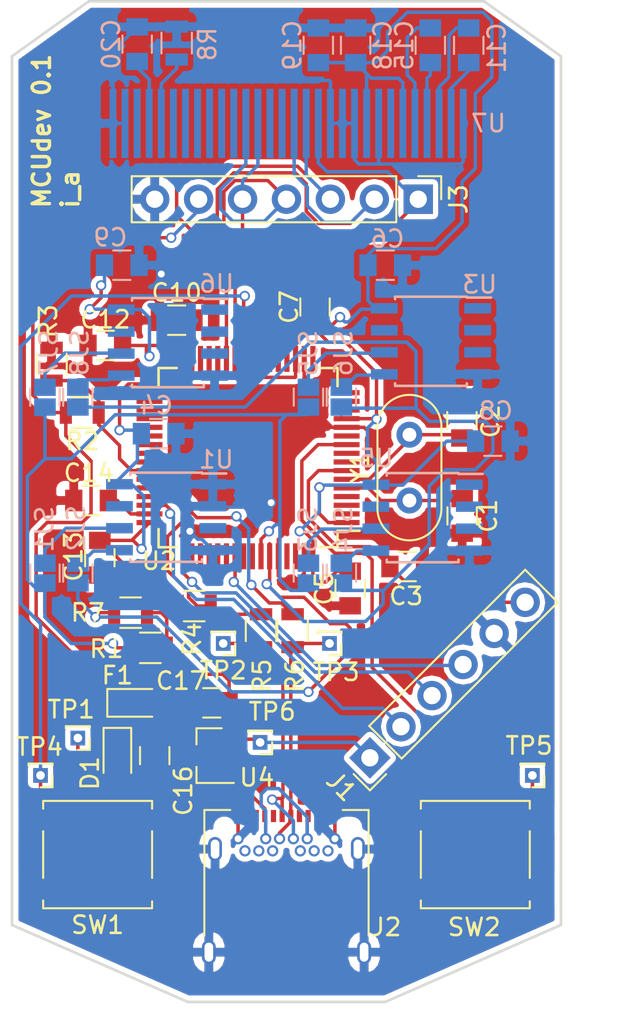
<source format=kicad_pcb>
(kicad_pcb (version 4) (host pcbnew 4.0.7-e2-6376~58~ubuntu16.04.1)
  (layers (0 F.Cu signal) (31 B.Cu signal) (34 B.Paste user) (35 F.Paste user) (36 B.SilkS user) (37 F.SilkS user) (38 B.Mask user) (39 F.Mask user) (44 Edge.Cuts user))
  (net 0 "")
  (net 1 "Net-(C1-Pad1)")
  (net 2 GND)
  (net 3 "Net-(C2-Pad1)")
  (net 4 RST)
  (net 5 +3V3)
  (net 6 "Net-(C10-Pad1)")
  (net 7 "Net-(C14-Pad1)")
  (net 8 +5V)
  (net 9 "Net-(D1-Pad1)")
  (net 10 SWDIO)
  (net 11 SWCLK)
  (net 12 SWO)
  (net 13 "Net-(R2-Pad1)")
  (net 14 "Net-(R4-Pad2)")
  (net 15 "Net-(R6-Pad1)")
  (net 16 SW1)
  (net 17 SW2)
  (net 18 I2C_SCL)
  (net 19 I2C_SDA)
  (net 20 VBUS)
  (net 21 D+)
  (net 22 D-)
  (net 23 "Net-(SJ1-Pad1)")
  (net 24 "Net-(SJ3-Pad1)")
  (net 25 "Net-(SJ6-Pad1)")
  (net 26 "Net-(SJ7-Pad1)")
  (net 27 "Net-(C11-Pad1)")
  (net 28 "Net-(C11-Pad2)")
  (net 29 "Net-(C15-Pad1)")
  (net 30 "Net-(C15-Pad2)")
  (net 31 "Net-(C20-Pad1)")
  (net 32 PA_4)
  (net 33 PB_0)
  (net 34 PB_1)
  (net 35 PA_7)
  (net 36 PA_5)
  (net 37 "Net-(R8-Pad1)")
  (net 38 "Net-(SJ5-Pad1)")
  (net 39 "Net-(SJ2-Pad1)")
  (net 40 "Net-(SJ4-Pad1)")
  (net 41 "Net-(SJ8-Pad1)")
  (module Capacitors_SMD:C_0805 (layer F.Cu) (at 226.06 94.488 270)
    (fp_text reference C1 (at 0 -1.5 270) (layer F.SilkS))
    (fp_text value 22p)
    (pad 1 smd rect (at -1 0 270) (size 1 1.25) (layers F.Cu F.Paste F.Mask) (net 1 "Net-(C1-Pad1)"))
    (pad 2 smd rect (at 1 0 270) (size 1 1.25) (layers F.Cu F.Paste F.Mask) (net 2 GND))
  )
  (module Capacitors_SMD:C_0805 (layer F.Cu) (at 226.0473 88.9889 90)
    (fp_text reference C2 (at -0.0381 1.6637 90) (layer F.SilkS))
    (fp_text value 22p)
    (pad 1 smd rect (at -1 0 90) (size 1 1.25) (layers F.Cu F.Paste F.Mask) (net 3 "Net-(C2-Pad1)"))
    (pad 2 smd rect (at 1 0 90) (size 1 1.25) (layers F.Cu F.Paste F.Mask) (net 2 GND))
  )
  (module Capacitors_SMD:C_0805 (layer F.Cu) (at 222.885 97.409)
    (fp_text reference C3 (at -0.0635 1.7145) (layer F.SilkS))
    (fp_text value 100n)
    (pad 1 smd rect (at -1 0) (size 1 1.25) (layers F.Cu F.Paste F.Mask) (net 4 RST))
    (pad 2 smd rect (at 1 0) (size 1 1.25) (layers F.Cu F.Paste F.Mask) (net 2 GND))
  )
  (module Capacitors_SMD:C_0805 (layer F.Cu) (at 219.583 98.679 90)
    (fp_text reference C5 (at 0 -1.5 90) (layer F.SilkS))
    (fp_text value 100n)
    (pad 1 smd rect (at -1 0 90) (size 1 1.25) (layers F.Cu F.Paste F.Mask) (net 2 GND))
    (pad 2 smd rect (at 1 0 90) (size 1 1.25) (layers F.Cu F.Paste F.Mask) (net 5 +3V3))
  )
  (module Capacitors_SMD:C_0805 (layer F.Cu) (at 217.551 82.423 90)
    (fp_text reference C7 (at 0 -1.5 90) (layer F.SilkS))
    (fp_text value 100n)
    (pad 1 smd rect (at -1 0 90) (size 1 1.25) (layers F.Cu F.Paste F.Mask) (net 5 +3V3))
    (pad 2 smd rect (at 1 0 90) (size 1 1.25) (layers F.Cu F.Paste F.Mask) (net 2 GND))
  )
  (module Capacitors_SMD:C_0805 (layer F.Cu) (at 209.55 83.185 180)
    (fp_text reference C10 (at 0 1.5875 180) (layer F.SilkS))
    (fp_text value 2u2)
    (pad 1 smd rect (at -1 0 180) (size 1 1.25) (layers F.Cu F.Paste F.Mask) (net 6 "Net-(C10-Pad1)"))
    (pad 2 smd rect (at 1 0 180) (size 1 1.25) (layers F.Cu F.Paste F.Mask) (net 2 GND))
  )
  (module Capacitors_SMD:C_0805 (layer F.Cu) (at 205.4225 84.6455)
    (fp_text reference C12 (at 0 -1.5) (layer F.SilkS))
    (fp_text value 100n)
    (pad 1 smd rect (at -1 0) (size 1 1.25) (layers F.Cu F.Paste F.Mask) (net 2 GND))
    (pad 2 smd rect (at 1 0) (size 1 1.25) (layers F.Cu F.Paste F.Mask) (net 5 +3V3))
  )
  (module Capacitors_SMD:C_0805 (layer F.Cu) (at 205.105 96.901 270)
    (fp_text reference C13 (at -0.0635 1.524 270) (layer F.SilkS))
    (fp_text value 100n)
    (pad 1 smd rect (at -1 0 270) (size 1 1.25) (layers F.Cu F.Paste F.Mask) (net 5 +3V3))
    (pad 2 smd rect (at 1 0 270) (size 1 1.25) (layers F.Cu F.Paste F.Mask) (net 2 GND))
  )
  (module Capacitors_SMD:C_0805 (layer F.Cu) (at 204.597 93.599 180)
    (fp_text reference C14 (at 0.127 1.5875 180) (layer F.SilkS))
    (fp_text value 2u2)
    (pad 1 smd rect (at -1 0 180) (size 1 1.25) (layers F.Cu F.Paste F.Mask) (net 7 "Net-(C14-Pad1)"))
    (pad 2 smd rect (at 1 0 180) (size 1 1.25) (layers F.Cu F.Paste F.Mask) (net 2 GND))
  )
  (module Capacitors_SMD:C_0805 (layer F.Cu) (at 208.28 108.331 270)
    (fp_text reference C16 (at 2.032 -1.651 450) (layer F.SilkS))
    (fp_text value 1u)
    (pad 1 smd rect (at -1 0 270) (size 1 1.25) (layers F.Cu F.Paste F.Mask) (net 8 +5V))
    (pad 2 smd rect (at 1 0 270) (size 1 1.25) (layers F.Cu F.Paste F.Mask) (net 2 GND))
  )
  (module Capacitors_SMD:C_0805 (layer F.Cu) (at 211.582 105.283 180)
    (fp_text reference C17 (at 1.778 1.27 360) (layer F.SilkS))
    (fp_text value 1u)
    (pad 1 smd rect (at -1 0 180) (size 1 1.25) (layers F.Cu F.Paste F.Mask) (net 5 +3V3))
    (pad 2 smd rect (at 1 0 180) (size 1 1.25) (layers F.Cu F.Paste F.Mask) (net 2 GND))
  )
  (module Diodes_SMD:D_0805 (layer F.Cu) (at 206.121 108.331 270)
    (fp_text reference D1 (at 1.016 1.5875 270) (layer F.SilkS))
    (fp_text value D_Schottky)
    (pad 1 smd rect (at -1.05 0 270) (size 0.8 0.9) (layers F.Cu F.Paste F.Mask) (net 9 "Net-(D1-Pad1)"))
    (pad 2 smd rect (at 1.05 0 270) (size 0.8 0.9) (layers F.Cu F.Paste F.Mask) (net 20 VBUS))
  )
  (module Diodes_SMD:D_0805 (layer F.Cu) (at 207.137 105.283)
    (fp_text reference F1 (at -1.016 -1.5875) (layer F.SilkS))
    (fp_text value Polyfuse_Small)
    (pad 1 smd rect (at -1.05 0) (size 0.8 0.9) (layers F.Cu F.Paste F.Mask) (net 9 "Net-(D1-Pad1)"))
    (pad 2 smd rect (at 1.05 0) (size 0.8 0.9) (layers F.Cu F.Paste F.Mask) (net 8 +5V))
  )
  (module Pin_Headers:Pin_Header_Straight_1x06_Pitch2.54mm (layer F.Cu) (at 220.726 108.458 135)
    (fp_text reference J1 (at 0 -2.33 135) (layer F.SilkS))
    (fp_text value Conn_01x06)
    (pad 1 thru_hole rect (at 0 0 135) (size 1.7 1.7) (drill 1) (layers *.Cu *.Mask) (net 5 +3V3))
    (pad 2 thru_hole oval (at 0 2.54 135) (size 1.7 1.7) (drill 1) (layers *.Cu *.Mask) (net 10 SWDIO))
    (pad 3 thru_hole oval (at 0 5.08 135) (size 1.7 1.7) (drill 1) (layers *.Cu *.Mask) (net 11 SWCLK))
    (pad 4 thru_hole oval (at 0 7.62 135) (size 1.7 1.7) (drill 1) (layers *.Cu *.Mask) (net 12 SWO))
    (pad 5 thru_hole oval (at 0 10.16 135) (size 1.7 1.7) (drill 1) (layers *.Cu *.Mask) (net 2 GND))
    (pad 6 thru_hole oval (at 0 12.7 135) (size 1.7 1.7) (drill 1) (layers *.Cu *.Mask) (net 4 RST))
  )
  (module Resistors_SMD:R_0805 (layer F.Cu) (at 204.089 88.519 180)
    (fp_text reference R2 (at 0 -1.65 180) (layer F.SilkS))
    (fp_text value 12k)
    (pad 1 smd rect (at -0.95 0 180) (size 0.7 1.3) (layers F.Cu F.Paste F.Mask) (net 13 "Net-(R2-Pad1)"))
    (pad 2 smd rect (at 0.95 0 180) (size 0.7 1.3) (layers F.Cu F.Paste F.Mask) (net 8 +5V))
  )
  (module Resistors_SMD:R_0805 (layer F.Cu) (at 202.311 85.725 90)
    (fp_text reference R3 (at 2.4765 -0.1905 90) (layer F.SilkS))
    (fp_text value 22k)
    (pad 1 smd rect (at -0.95 0 90) (size 0.7 1.3) (layers F.Cu F.Paste F.Mask) (net 13 "Net-(R2-Pad1)"))
    (pad 2 smd rect (at 0.95 0 90) (size 0.7 1.3) (layers F.Cu F.Paste F.Mask) (net 2 GND))
  )
  (module Resistors_SMD:R_0805 (layer F.Cu) (at 210.566 99.695)
    (fp_text reference R4 (at -0.127 1.905 90) (layer F.SilkS))
    (fp_text value 1k5)
    (pad 1 smd rect (at -0.95 0) (size 0.7 1.3) (layers F.Cu F.Paste F.Mask) (net 5 +3V3))
    (pad 2 smd rect (at 0.95 0) (size 0.7 1.3) (layers F.Cu F.Paste F.Mask) (net 14 "Net-(R4-Pad2)"))
  )
  (module Resistors_SMD:R_0805 (layer F.Cu) (at 214.4268 101.1174 90)
    (fp_text reference R5 (at -2.6035 0.0635 90) (layer F.SilkS))
    (fp_text value 22R)
    (pad 1 smd rect (at -0.95 0 90) (size 0.7 1.3) (layers F.Cu F.Paste F.Mask) (net 21 D+))
    (pad 2 smd rect (at 0.95 0 90) (size 0.7 1.3) (layers F.Cu F.Paste F.Mask) (net 14 "Net-(R4-Pad2)"))
  )
  (module Resistors_SMD:R_0805 (layer F.Cu) (at 216.2556 101.1174 270)
    (fp_text reference R6 (at 2.6035 -0.127 270) (layer F.SilkS))
    (fp_text value 22R)
    (pad 1 smd rect (at -0.95 0 270) (size 0.7 1.3) (layers F.Cu F.Paste F.Mask) (net 15 "Net-(R6-Pad1)"))
    (pad 2 smd rect (at 0.95 0 270) (size 0.7 1.3) (layers F.Cu F.Paste F.Mask) (net 22 D-))
  )
  (module Buttons_Switches_SMD:SW_SPST_EVPBF (layer F.Cu) (at 204.978 114.046)
    (fp_text reference SW1 (at 0 4.064) (layer F.SilkS))
    (fp_text value SW_Push)
    (pad 1 smd rect (at 2.88 -2) (size 2.75 1) (layers F.Cu F.Paste F.Mask) (net 16 SW1))
    (pad 1 smd rect (at -2.88 -2) (size 2.75 1) (layers F.Cu F.Paste F.Mask) (net 16 SW1))
    (pad 2 smd rect (at -2.88 2) (size 2.75 1) (layers F.Cu F.Paste F.Mask) (net 2 GND))
    (pad 2 smd rect (at 2.88 2) (size 2.75 1) (layers F.Cu F.Paste F.Mask) (net 2 GND))
  )
  (module Buttons_Switches_SMD:SW_SPST_EVPBF (layer F.Cu) (at 226.822 114.046)
    (fp_text reference SW2 (at -0.0635 4.191) (layer F.SilkS))
    (fp_text value SW_Push)
    (pad 1 smd rect (at 2.88 -2) (size 2.75 1) (layers F.Cu F.Paste F.Mask) (net 17 SW2))
    (pad 1 smd rect (at -2.88 -2) (size 2.75 1) (layers F.Cu F.Paste F.Mask) (net 17 SW2))
    (pad 2 smd rect (at -2.88 2) (size 2.75 1) (layers F.Cu F.Paste F.Mask) (net 2 GND))
    (pad 2 smd rect (at 2.88 2) (size 2.75 1) (layers F.Cu F.Paste F.Mask) (net 2 GND))
  )
  (module TO_SOT_Packages_SMD:SOT-23 (layer F.Cu) (at 211.455 108.331 180)
    (fp_text reference U4 (at -2.7305 -1.27 180) (layer F.SilkS))
    (fp_text value MCP1703A-3302_SOT23)
    (pad 1 smd rect (at -1 -0.95 180) (size 0.9 0.8) (layers F.Cu F.Paste F.Mask) (net 2 GND))
    (pad 2 smd rect (at -1 0.95 180) (size 0.9 0.8) (layers F.Cu F.Paste F.Mask) (net 5 +3V3))
    (pad 3 smd rect (at 1 0 180) (size 0.9 0.8) (layers F.Cu F.Paste F.Mask) (net 8 +5V))
  )
  (module Pin_Headers:Pin_Header_Straight_1x07_Pitch2.54mm (layer F.Cu) (at 223.52 76.2 270)
    (fp_text reference J3 (at 0 -2.33 270) (layer F.SilkS))
    (fp_text value Conn_01x07)
    (pad 1 thru_hole rect (at 0 0 270) (size 1.7 1.7) (drill 1) (layers *.Cu *.Mask) (net 32 PA_4))
    (pad 2 thru_hole oval (at 0 2.54 270) (size 1.7 1.7) (drill 1) (layers *.Cu *.Mask) (net 33 PB_0))
    (pad 3 thru_hole oval (at 0 5.08 270) (size 1.7 1.7) (drill 1) (layers *.Cu *.Mask) (net 34 PB_1))
    (pad 4 thru_hole oval (at 0 7.62 270) (size 1.7 1.7) (drill 1) (layers *.Cu *.Mask) (net 35 PA_7))
    (pad 5 thru_hole oval (at 0 10.16 270) (size 1.7 1.7) (drill 1) (layers *.Cu *.Mask) (net 36 PA_5))
    (pad 6 thru_hole oval (at 0 12.7 270) (size 1.7 1.7) (drill 1) (layers *.Cu *.Mask) (net 8 +5V))
    (pad 7 thru_hole oval (at 0 15.24 270) (size 1.7 1.7) (drill 1) (layers *.Cu *.Mask) (net 2 GND))
  )
  (module Pin_Headers:Pin_Header_Straight_1x01_Pitch1.00mm (layer F.Cu) (at 203.835 107.315 180)
    (fp_text reference TP1 (at 0.381 1.651 180) (layer F.SilkS))
    (fp_text value TEST)
    (pad 1 thru_hole rect (at 0 0 180) (size 0.85 0.85) (drill 0.5) (layers *.Cu *.Mask) (net 20 VBUS))
  )
  (module Pin_Headers:Pin_Header_Straight_1x01_Pitch1.00mm (layer F.Cu) (at 212.2424 101.854 180)
    (fp_text reference TP2 (at 0 -1.56 180) (layer F.SilkS))
    (fp_text value TEST)
    (pad 1 thru_hole rect (at 0 0 180) (size 0.85 0.85) (drill 0.5) (layers *.Cu *.Mask) (net 21 D+))
  )
  (module Pin_Headers:Pin_Header_Straight_1x01_Pitch1.00mm (layer F.Cu) (at 218.3892 101.854 180)
    (fp_text reference TP3 (at -0.381 -1.651 180) (layer F.SilkS))
    (fp_text value TEST)
    (pad 1 thru_hole rect (at 0 0 180) (size 0.85 0.85) (drill 0.5) (layers *.Cu *.Mask) (net 22 D-))
  )
  (module Pin_Headers:Pin_Header_Straight_1x01_Pitch1.00mm (layer F.Cu) (at 201.676 109.474 180)
    (fp_text reference TP4 (at 0.0635 1.651 180) (layer F.SilkS))
    (fp_text value TEST)
    (pad 1 thru_hole rect (at 0 0 180) (size 0.85 0.85) (drill 0.5) (layers *.Cu *.Mask) (net 16 SW1))
  )
  (module Pin_Headers:Pin_Header_Straight_1x01_Pitch1.00mm (layer F.Cu) (at 230.124 109.474 180)
    (fp_text reference TP5 (at 0.1905 1.7145 180) (layer F.SilkS))
    (fp_text value TEST)
    (pad 1 thru_hole rect (at 0 0 180) (size 0.85 0.85) (drill 0.5) (layers *.Cu *.Mask) (net 17 SW2))
  )
  (module Pin_Headers:Pin_Header_Straight_1x01_Pitch1.00mm (layer F.Cu) (at 214.376 107.569 180)
    (fp_text reference TP6 (at -0.6985 1.778 180) (layer F.SilkS))
    (fp_text value TEST)
    (pad 1 thru_hole rect (at 0 0 180) (size 0.85 0.85) (drill 0.5) (layers *.Cu *.Mask) (net 5 +3V3))
  )
  (module Housings_QFP:TQFP-64_10x10mm_Pitch0.5mm (layer F.Cu) (at 213.6775 91.1225 180)
    (fp_text reference U2 (at 5.1435 -5.969 180) (layer F.SilkS))
    (fp_text value STM32F205RET6)
    (pad 1 smd rect (at -5.7 -3.75 180) (size 1.5 0.3) (layers F.Cu F.Paste F.Mask) (net 5 +3V3))
    (pad 2 smd rect (at -5.7 -3.25 180) (size 1.5 0.3) (layers F.Cu F.Paste F.Mask))
    (pad 3 smd rect (at -5.7 -2.75 180) (size 1.5 0.3) (layers F.Cu F.Paste F.Mask))
    (pad 4 smd rect (at -5.7 -2.25 180) (size 1.5 0.3) (layers F.Cu F.Paste F.Mask))
    (pad 5 smd rect (at -5.7 -1.75 180) (size 1.5 0.3) (layers F.Cu F.Paste F.Mask) (net 1 "Net-(C1-Pad1)"))
    (pad 6 smd rect (at -5.7 -1.25 180) (size 1.5 0.3) (layers F.Cu F.Paste F.Mask) (net 3 "Net-(C2-Pad1)"))
    (pad 7 smd rect (at -5.7 -0.75 180) (size 1.5 0.3) (layers F.Cu F.Paste F.Mask) (net 4 RST))
    (pad 8 smd rect (at -5.7 -0.25 180) (size 1.5 0.3) (layers F.Cu F.Paste F.Mask))
    (pad 9 smd rect (at -5.7 0.25 180) (size 1.5 0.3) (layers F.Cu F.Paste F.Mask))
    (pad 10 smd rect (at -5.7 0.75 180) (size 1.5 0.3) (layers F.Cu F.Paste F.Mask) (net 17 SW2))
    (pad 11 smd rect (at -5.7 1.25 180) (size 1.5 0.3) (layers F.Cu F.Paste F.Mask))
    (pad 12 smd rect (at -5.7 1.75 180) (size 1.5 0.3) (layers F.Cu F.Paste F.Mask) (net 2 GND))
    (pad 13 smd rect (at -5.7 2.25 180) (size 1.5 0.3) (layers F.Cu F.Paste F.Mask) (net 5 +3V3))
    (pad 14 smd rect (at -5.7 2.75 180) (size 1.5 0.3) (layers F.Cu F.Paste F.Mask))
    (pad 15 smd rect (at -5.7 3.25 180) (size 1.5 0.3) (layers F.Cu F.Paste F.Mask))
    (pad 16 smd rect (at -5.7 3.75 180) (size 1.5 0.3) (layers F.Cu F.Paste F.Mask))
    (pad 17 smd rect (at -3.75 5.7 270) (size 1.5 0.3) (layers F.Cu F.Paste F.Mask))
    (pad 18 smd rect (at -3.25 5.7 270) (size 1.5 0.3) (layers F.Cu F.Paste F.Mask) (net 2 GND))
    (pad 19 smd rect (at -2.75 5.7 270) (size 1.5 0.3) (layers F.Cu F.Paste F.Mask) (net 5 +3V3))
    (pad 20 smd rect (at -2.25 5.7 270) (size 1.5 0.3) (layers F.Cu F.Paste F.Mask) (net 32 PA_4))
    (pad 21 smd rect (at -1.75 5.7 270) (size 1.5 0.3) (layers F.Cu F.Paste F.Mask) (net 36 PA_5))
    (pad 22 smd rect (at -1.25 5.7 270) (size 1.5 0.3) (layers F.Cu F.Paste F.Mask))
    (pad 23 smd rect (at -0.75 5.7 270) (size 1.5 0.3) (layers F.Cu F.Paste F.Mask) (net 35 PA_7))
    (pad 24 smd rect (at -0.25 5.7 270) (size 1.5 0.3) (layers F.Cu F.Paste F.Mask))
    (pad 25 smd rect (at 0.25 5.7 270) (size 1.5 0.3) (layers F.Cu F.Paste F.Mask) (net 16 SW1))
    (pad 26 smd rect (at 0.75 5.7 270) (size 1.5 0.3) (layers F.Cu F.Paste F.Mask) (net 33 PB_0))
    (pad 27 smd rect (at 1.25 5.7 270) (size 1.5 0.3) (layers F.Cu F.Paste F.Mask) (net 34 PB_1))
    (pad 28 smd rect (at 1.75 5.7 270) (size 1.5 0.3) (layers F.Cu F.Paste F.Mask))
    (pad 29 smd rect (at 2.25 5.7 270) (size 1.5 0.3) (layers F.Cu F.Paste F.Mask))
    (pad 30 smd rect (at 2.75 5.7 270) (size 1.5 0.3) (layers F.Cu F.Paste F.Mask))
    (pad 31 smd rect (at 3.25 5.7 270) (size 1.5 0.3) (layers F.Cu F.Paste F.Mask) (net 6 "Net-(C10-Pad1)"))
    (pad 32 smd rect (at 3.75 5.7 270) (size 1.5 0.3) (layers F.Cu F.Paste F.Mask) (net 5 +3V3))
    (pad 33 smd rect (at 5.7 3.75 180) (size 1.5 0.3) (layers F.Cu F.Paste F.Mask))
    (pad 34 smd rect (at 5.7 3.25 180) (size 1.5 0.3) (layers F.Cu F.Paste F.Mask))
    (pad 35 smd rect (at 5.7 2.75 180) (size 1.5 0.3) (layers F.Cu F.Paste F.Mask))
    (pad 36 smd rect (at 5.7 2.25 180) (size 1.5 0.3) (layers F.Cu F.Paste F.Mask))
    (pad 37 smd rect (at 5.7 1.75 180) (size 1.5 0.3) (layers F.Cu F.Paste F.Mask))
    (pad 38 smd rect (at 5.7 1.25 180) (size 1.5 0.3) (layers F.Cu F.Paste F.Mask))
    (pad 39 smd rect (at 5.7 0.75 180) (size 1.5 0.3) (layers F.Cu F.Paste F.Mask))
    (pad 40 smd rect (at 5.7 0.25 180) (size 1.5 0.3) (layers F.Cu F.Paste F.Mask))
    (pad 41 smd rect (at 5.7 -0.25 180) (size 1.5 0.3) (layers F.Cu F.Paste F.Mask))
    (pad 42 smd rect (at 5.7 -0.75 180) (size 1.5 0.3) (layers F.Cu F.Paste F.Mask) (net 13 "Net-(R2-Pad1)"))
    (pad 43 smd rect (at 5.7 -1.25 180) (size 1.5 0.3) (layers F.Cu F.Paste F.Mask))
    (pad 44 smd rect (at 5.7 -1.75 180) (size 1.5 0.3) (layers F.Cu F.Paste F.Mask) (net 15 "Net-(R6-Pad1)"))
    (pad 45 smd rect (at 5.7 -2.25 180) (size 1.5 0.3) (layers F.Cu F.Paste F.Mask) (net 14 "Net-(R4-Pad2)"))
    (pad 46 smd rect (at 5.7 -2.75 180) (size 1.5 0.3) (layers F.Cu F.Paste F.Mask) (net 10 SWDIO))
    (pad 47 smd rect (at 5.7 -3.25 180) (size 1.5 0.3) (layers F.Cu F.Paste F.Mask) (net 7 "Net-(C14-Pad1)"))
    (pad 48 smd rect (at 5.7 -3.75 180) (size 1.5 0.3) (layers F.Cu F.Paste F.Mask) (net 5 +3V3))
    (pad 49 smd rect (at 3.75 -5.7 270) (size 1.5 0.3) (layers F.Cu F.Paste F.Mask) (net 11 SWCLK))
    (pad 50 smd rect (at 3.25 -5.7 270) (size 1.5 0.3) (layers F.Cu F.Paste F.Mask))
    (pad 51 smd rect (at 2.75 -5.7 270) (size 1.5 0.3) (layers F.Cu F.Paste F.Mask))
    (pad 52 smd rect (at 2.25 -5.7 270) (size 1.5 0.3) (layers F.Cu F.Paste F.Mask))
    (pad 53 smd rect (at 1.75 -5.7 270) (size 1.5 0.3) (layers F.Cu F.Paste F.Mask))
    (pad 54 smd rect (at 1.25 -5.7 270) (size 1.5 0.3) (layers F.Cu F.Paste F.Mask))
    (pad 55 smd rect (at 0.75 -5.7 270) (size 1.5 0.3) (layers F.Cu F.Paste F.Mask) (net 12 SWO))
    (pad 56 smd rect (at 0.25 -5.7 270) (size 1.5 0.3) (layers F.Cu F.Paste F.Mask))
    (pad 57 smd rect (at -0.25 -5.7 270) (size 1.5 0.3) (layers F.Cu F.Paste F.Mask))
    (pad 58 smd rect (at -0.75 -5.7 270) (size 1.5 0.3) (layers F.Cu F.Paste F.Mask) (net 18 I2C_SCL))
    (pad 59 smd rect (at -1.25 -5.7 270) (size 1.5 0.3) (layers F.Cu F.Paste F.Mask) (net 19 I2C_SDA))
    (pad 60 smd rect (at -1.75 -5.7 270) (size 1.5 0.3) (layers F.Cu F.Paste F.Mask) (net 2 GND))
    (pad 61 smd rect (at -2.25 -5.7 270) (size 1.5 0.3) (layers F.Cu F.Paste F.Mask))
    (pad 62 smd rect (at -2.75 -5.7 270) (size 1.5 0.3) (layers F.Cu F.Paste F.Mask))
    (pad 63 smd rect (at -3.25 -5.7 270) (size 1.5 0.3) (layers F.Cu F.Paste F.Mask) (net 2 GND))
    (pad 64 smd rect (at -3.75 -5.7 270) (size 1.5 0.3) (layers F.Cu F.Paste F.Mask) (net 5 +3V3))
  )
  (module Resistors_SMD:R_0805 (layer F.Cu) (at 208.026 102.108)
    (fp_text reference R1 (at -2.54 0.0635) (layer F.SilkS))
    (fp_text value 4k7)
    (pad 1 smd rect (at -0.95 0) (size 0.7 1.3) (layers F.Cu F.Paste F.Mask) (net 18 I2C_SCL))
    (pad 2 smd rect (at 0.95 0) (size 0.7 1.3) (layers F.Cu F.Paste F.Mask) (net 5 +3V3))
  )
  (module Resistors_SMD:R_0805 (layer F.Cu) (at 206.883 100.076)
    (fp_text reference R7 (at -2.4765 0) (layer F.SilkS))
    (fp_text value 4k7)
    (pad 1 smd rect (at -0.95 0) (size 0.7 1.3) (layers F.Cu F.Paste F.Mask) (net 19 I2C_SDA))
    (pad 2 smd rect (at 0.95 0) (size 0.7 1.3) (layers F.Cu F.Paste F.Mask) (net 5 +3V3))
  )
  (module Connectors_USB:USB_C_Receptacle_Amphenol_12401548E4-2A (layer F.Cu) (at 215.9 116.84)
    (fp_text reference J2 (at 5.7785 1.397) (layer F.SilkS))
    (fp_text value USB_C_Receptacle)
    (pad S1 thru_hole oval (at -4.13 -3.11) (size 0.8 1.4) (drill oval 0.5 1.1) (layers *.Cu *.Mask) (net 2 GND))
    (pad A1 smd rect (at -2.75 -5.02) (size 0.3 0.7) (layers F.Cu F.Paste F.Mask) (net 2 GND))
    (pad A2 smd rect (at -2.25 -5.02) (size 0.3 0.7) (layers F.Cu F.Paste F.Mask))
    (pad A3 smd rect (at -1.75 -5.02) (size 0.3 0.7) (layers F.Cu F.Paste F.Mask))
    (pad A4 smd rect (at -1.25 -5.02) (size 0.3 0.7) (layers F.Cu F.Paste F.Mask) (net 20 VBUS))
    (pad A5 smd rect (at -0.75 -5.02) (size 0.3 0.7) (layers F.Cu F.Paste F.Mask))
    (pad A6 smd rect (at -0.25 -5.02) (size 0.3 0.7) (layers F.Cu F.Paste F.Mask) (net 21 D+))
    (pad A7 smd rect (at 0.25 -5.02) (size 0.3 0.7) (layers F.Cu F.Paste F.Mask) (net 22 D-))
    (pad A12 smd rect (at 2.75 -5.02) (size 0.3 0.7) (layers F.Cu F.Paste F.Mask) (net 2 GND))
    (pad A10 smd rect (at 1.75 -5.02) (size 0.3 0.7) (layers F.Cu F.Paste F.Mask))
    (pad A9 smd rect (at 1.25 -5.02) (size 0.3 0.7) (layers F.Cu F.Paste F.Mask) (net 20 VBUS))
    (pad A8 smd rect (at 0.75 -5.02) (size 0.3 0.7) (layers F.Cu F.Paste F.Mask))
    (pad A11 smd rect (at 2.25 -5.02) (size 0.3 0.7) (layers F.Cu F.Paste F.Mask))
    (pad S1 thru_hole oval (at 4.13 -3.11) (size 0.8 1.4) (drill oval 0.5 1.1) (layers *.Cu *.Mask) (net 2 GND))
    (pad S1 thru_hole oval (at 4.49 2.84) (size 0.8 1.4) (drill oval 0.5 1.1) (layers *.Cu *.Mask) (net 2 GND))
    (pad S1 thru_hole oval (at -4.49 2.84) (size 0.8 1.4) (drill oval 0.5 1.1) (layers *.Cu *.Mask) (net 2 GND))
    (pad "" np_thru_hole oval (at 3.6 -4.36) (size 0.95 0.65) (drill oval 0.95 0.65) (layers *.Cu *.Mask))
    (pad "" np_thru_hole circle (at -3.6 -4.36) (size 0.65 0.65) (drill 0.65) (layers *.Cu *.Mask))
    (pad B1 thru_hole circle (at 2.8 -3.71) (size 0.65 0.65) (drill 0.4) (layers *.Cu *.Mask) (net 2 GND))
    (pad B4 thru_hole circle (at 1.2 -3.71) (size 0.65 0.65) (drill 0.4) (layers *.Cu *.Mask) (net 20 VBUS))
    (pad B6 thru_hole circle (at 0.4 -3.71) (size 0.65 0.65) (drill 0.4) (layers *.Cu *.Mask) (net 21 D+))
    (pad B7 thru_hole circle (at -0.4 -3.71) (size 0.65 0.65) (drill 0.4) (layers *.Cu *.Mask) (net 22 D-))
    (pad B9 thru_hole circle (at -1.2 -3.71) (size 0.65 0.65) (drill 0.4) (layers *.Cu *.Mask) (net 20 VBUS))
    (pad B12 thru_hole circle (at -2.8 -3.71) (size 0.65 0.65) (drill 0.4) (layers *.Cu *.Mask) (net 2 GND))
    (pad B2 thru_hole circle (at 2.4 -3.01) (size 0.65 0.65) (drill 0.4) (layers *.Cu *.Mask))
    (pad B3 thru_hole circle (at 1.6 -3.01) (size 0.65 0.65) (drill 0.4) (layers *.Cu *.Mask))
    (pad B5 thru_hole circle (at 0.8 -3.01) (size 0.65 0.65) (drill 0.4) (layers *.Cu *.Mask))
    (pad B8 thru_hole circle (at -0.8 -3.01) (size 0.65 0.65) (drill 0.4) (layers *.Cu *.Mask))
    (pad B10 thru_hole circle (at -1.6 -3.01) (size 0.65 0.65) (drill 0.4) (layers *.Cu *.Mask))
    (pad B11 thru_hole circle (at -2.4 -3.01) (size 0.65 0.65) (drill 0.4) (layers *.Cu *.Mask))
  )
  (module labka_footprints:SMD_0805_bottom (layer F.Cu) (at 209.55 67.183 90)
    (fp_text reference R8 (at -0.0635 1.778 90) (layer B.SilkS) (effects (justify mirror)))
    (fp_text value 390k)
    (pad 1 smd rect (at -0.95 0 90) (size 0.7 1.3) (layers B.Cu B.Paste B.Mask) (net 37 "Net-(R8-Pad1)"))
    (pad 2 smd rect (at 0.95 0 90) (size 0.7 1.3) (layers B.Cu B.Paste B.Mask) (net 2 GND))
  )
  (module soic8_bottom:SOIC-8_bottom_3.9x4.9mm_Pitch1.27mm (layer F.Cu) (at 208.1784 94.5642)
    (fp_text reference U1 (at 3.6576 -3.3274) (layer B.SilkS) (effects (justify mirror)))
    (fp_text value ATAES132A)
    (pad 1 smd rect (at 3.462 -1.905) (size 1.55 0.6) (layers B.Cu B.Paste B.Mask) (net 2 GND))
    (pad 2 smd rect (at 3.462 -0.635) (size 1.55 0.6) (layers B.Cu B.Paste B.Mask) (net 2 GND))
    (pad 3 smd rect (at 3.462 0.635) (size 1.55 0.6) (layers B.Cu B.Paste B.Mask))
    (pad 4 smd rect (at 3.462 1.905) (size 1.55 0.6) (layers B.Cu B.Paste B.Mask) (net 2 GND))
    (pad 5 smd rect (at -1.938 1.905) (size 1.55 0.6) (layers B.Cu B.Paste B.Mask) (net 39 "Net-(SJ2-Pad1)"))
    (pad 6 smd rect (at -1.938 0.635) (size 1.55 0.6) (layers B.Cu B.Paste B.Mask) (net 23 "Net-(SJ1-Pad1)"))
    (pad 7 smd rect (at -1.938 -0.635) (size 1.55 0.6) (layers B.Cu B.Paste B.Mask))
    (pad 8 smd rect (at -1.938 -1.905) (size 1.55 0.6) (layers B.Cu B.Paste B.Mask) (net 5 +3V3))
  )
  (module soic8_bottom:SOIC-8_bottom_3.9x4.9mm_Pitch1.27mm (layer F.Cu) (at 223.4946 84.4042)
    (fp_text reference U3 (at 3.5814 -3.2766) (layer B.SilkS) (effects (justify mirror)))
    (fp_text value ATECC508A)
    (pad 1 smd rect (at 3.462 -1.905) (size 1.55 0.6) (layers B.Cu B.Paste B.Mask))
    (pad 2 smd rect (at 3.462 -0.635) (size 1.55 0.6) (layers B.Cu B.Paste B.Mask))
    (pad 3 smd rect (at 3.462 0.635) (size 1.55 0.6) (layers B.Cu B.Paste B.Mask))
    (pad 4 smd rect (at 3.462 1.905) (size 1.55 0.6) (layers B.Cu B.Paste B.Mask) (net 2 GND))
    (pad 5 smd rect (at -1.938 1.905) (size 1.55 0.6) (layers B.Cu B.Paste B.Mask) (net 25 "Net-(SJ6-Pad1)"))
    (pad 6 smd rect (at -1.938 0.635) (size 1.55 0.6) (layers B.Cu B.Paste B.Mask) (net 38 "Net-(SJ5-Pad1)"))
    (pad 7 smd rect (at -1.938 -0.635) (size 1.55 0.6) (layers B.Cu B.Paste B.Mask))
    (pad 8 smd rect (at -1.938 -1.905) (size 1.55 0.6) (layers B.Cu B.Paste B.Mask) (net 5 +3V3))
  )
  (module soic8_bottom:SOIC-8_bottom_3.9x4.9mm_Pitch1.27mm (layer F.Cu) (at 223.012 94.5896)
    (fp_text reference U5 (at -1.9304 -3.429) (layer B.SilkS) (effects (justify mirror)))
    (fp_text value ATECC108A)
    (pad 1 smd rect (at 3.462 -1.905) (size 1.55 0.6) (layers B.Cu B.Paste B.Mask))
    (pad 2 smd rect (at 3.462 -0.635) (size 1.55 0.6) (layers B.Cu B.Paste B.Mask))
    (pad 3 smd rect (at 3.462 0.635) (size 1.55 0.6) (layers B.Cu B.Paste B.Mask))
    (pad 4 smd rect (at 3.462 1.905) (size 1.55 0.6) (layers B.Cu B.Paste B.Mask) (net 2 GND))
    (pad 5 smd rect (at -1.938 1.905) (size 1.55 0.6) (layers B.Cu B.Paste B.Mask) (net 40 "Net-(SJ4-Pad1)"))
    (pad 6 smd rect (at -1.938 0.635) (size 1.55 0.6) (layers B.Cu B.Paste B.Mask) (net 24 "Net-(SJ3-Pad1)"))
    (pad 7 smd rect (at -1.938 -0.635) (size 1.55 0.6) (layers B.Cu B.Paste B.Mask))
    (pad 8 smd rect (at -1.938 -1.905) (size 1.55 0.6) (layers B.Cu B.Paste B.Mask) (net 5 +3V3))
  )
  (module soic8_bottom:SOIC-8_bottom_3.9x4.9mm_Pitch1.27mm (layer F.Cu) (at 208.28 84.4804)
    (fp_text reference U6 (at 3.5814 -3.4036) (layer B.SilkS) (effects (justify mirror)))
    (fp_text value ATSHA204A)
    (pad 1 smd rect (at 3.462 -1.905) (size 1.55 0.6) (layers B.Cu B.Paste B.Mask))
    (pad 2 smd rect (at 3.462 -0.635) (size 1.55 0.6) (layers B.Cu B.Paste B.Mask))
    (pad 3 smd rect (at 3.462 0.635) (size 1.55 0.6) (layers B.Cu B.Paste B.Mask))
    (pad 4 smd rect (at 3.462 1.905) (size 1.55 0.6) (layers B.Cu B.Paste B.Mask) (net 2 GND))
    (pad 5 smd rect (at -1.938 1.905) (size 1.55 0.6) (layers B.Cu B.Paste B.Mask) (net 41 "Net-(SJ8-Pad1)"))
    (pad 6 smd rect (at -1.938 0.635) (size 1.55 0.6) (layers B.Cu B.Paste B.Mask) (net 26 "Net-(SJ7-Pad1)"))
    (pad 7 smd rect (at -1.938 -0.635) (size 1.55 0.6) (layers B.Cu B.Paste B.Mask))
    (pad 8 smd rect (at -1.938 -1.905) (size 1.55 0.6) (layers B.Cu B.Paste B.Mask) (net 5 +3V3))
  )
  (module smd_0805_C_bottom:SMD_C_0805_bottom (layer F.Cu) (at 208.5086 89.7382 180)
    (fp_text reference C4 (at 0.1524 1.6256 180) (layer B.SilkS) (effects (justify mirror)))
    (fp_text value 100n)
    (pad 1 smd rect (at -1 0 180) (size 1 1.25) (layers B.Cu B.Paste B.Mask) (net 2 GND))
    (pad 2 smd rect (at 1 0 180) (size 1 1.25) (layers B.Cu B.Paste B.Mask) (net 5 +3V3))
  )
  (module smd_0805_C_bottom:SMD_C_0805_bottom (layer F.Cu) (at 221.615 80.01 180)
    (fp_text reference C6 (at -0.127 1.524 180) (layer B.SilkS) (effects (justify mirror)))
    (fp_text value 100n)
    (pad 1 smd rect (at -1 0 180) (size 1 1.25) (layers B.Cu B.Paste B.Mask) (net 2 GND))
    (pad 2 smd rect (at 1 0 180) (size 1 1.25) (layers B.Cu B.Paste B.Mask) (net 5 +3V3))
  )
  (module smd_0805_C_bottom:SMD_C_0805_bottom (layer F.Cu) (at 227.838 90.17 180)
    (fp_text reference C8 (at -0.1778 1.7526 180) (layer B.SilkS) (effects (justify mirror)))
    (fp_text value 100n)
    (pad 1 smd rect (at -1 0 180) (size 1 1.25) (layers B.Cu B.Paste B.Mask) (net 2 GND))
    (pad 2 smd rect (at 1 0 180) (size 1 1.25) (layers B.Cu B.Paste B.Mask) (net 5 +3V3))
  )
  (module smd_0805_C_bottom:SMD_C_0805_bottom (layer F.Cu) (at 206.375 80.01 180)
    (fp_text reference C9 (at 0.6604 1.6002 180) (layer B.SilkS) (effects (justify mirror)))
    (fp_text value 100n)
    (pad 1 smd rect (at -1 0 180) (size 1 1.25) (layers B.Cu B.Paste B.Mask) (net 2 GND))
    (pad 2 smd rect (at 1 0 180) (size 1 1.25) (layers B.Cu B.Paste B.Mask) (net 5 +3V3))
  )
  (module smd_0805_C_bottom:SMD_C_0805_bottom (layer F.Cu) (at 226.441 67.31 90)
    (fp_text reference C11 (at -0.1524 1.6256 90) (layer B.SilkS) (effects (justify mirror)))
    (fp_text value 100n)
    (pad 1 smd rect (at -1 0 90) (size 1 1.25) (layers B.Cu B.Paste B.Mask) (net 27 "Net-(C11-Pad1)"))
    (pad 2 smd rect (at 1 0 90) (size 1 1.25) (layers B.Cu B.Paste B.Mask) (net 28 "Net-(C11-Pad2)"))
  )
  (module smd_0805_C_bottom:SMD_C_0805_bottom (layer F.Cu) (at 224.2185 67.31 90)
    (fp_text reference C15 (at 0 -1.5 90) (layer B.SilkS) (effects (justify mirror)))
    (fp_text value 2u2)
    (pad 1 smd rect (at -1 0 90) (size 1 1.25) (layers B.Cu B.Paste B.Mask) (net 29 "Net-(C15-Pad1)"))
    (pad 2 smd rect (at 1 0 90) (size 1 1.25) (layers B.Cu B.Paste B.Mask) (net 30 "Net-(C15-Pad2)"))
  )
  (module smd_0805_C_bottom:SMD_C_0805_bottom (layer F.Cu) (at 219.9005 67.31 90)
    (fp_text reference C18 (at 0 1.5621 90) (layer B.SilkS) (effects (justify mirror)))
    (fp_text value 2u2)
    (pad 1 smd rect (at -1 0 90) (size 1 1.25) (layers B.Cu B.Paste B.Mask) (net 5 +3V3))
    (pad 2 smd rect (at 1 0 90) (size 1 1.25) (layers B.Cu B.Paste B.Mask) (net 2 GND))
  )
  (module smd_0805_C_bottom:SMD_C_0805_bottom (layer F.Cu) (at 217.7415 67.31 90)
    (fp_text reference C19 (at 0 -1.5 90) (layer B.SilkS) (effects (justify mirror)))
    (fp_text value 2u2)
    (pad 1 smd rect (at -1 0 90) (size 1 1.25) (layers B.Cu B.Paste B.Mask) (net 5 +3V3))
    (pad 2 smd rect (at 1 0 90) (size 1 1.25) (layers B.Cu B.Paste B.Mask) (net 2 GND))
  )
  (module smd_0805_C_bottom:SMD_C_0805_bottom (layer F.Cu) (at 207.264 67.2465 90)
    (fp_text reference C20 (at 0 -1.5 90) (layer B.SilkS) (effects (justify mirror)))
    (fp_text value 2u2)
    (pad 1 smd rect (at -1 0 90) (size 1 1.25) (layers B.Cu B.Paste B.Mask) (net 31 "Net-(C20-Pad1)"))
    (pad 2 smd rect (at 1 0 90) (size 1 1.25) (layers B.Cu B.Paste B.Mask) (net 2 GND))
  )
  (module solderjumper_bottom:SMD_C_0805_bottom (layer F.Cu) (at 201.93 97.79 270)
    (fp_text reference SJ1 (at -2.54 0.0254 270) (layer B.SilkS) (effects (justify mirror)))
    (fp_text value solder_jumper)
    (pad 1 smd rect (at -0.5715 0 270) (size 1 1.25) (layers B.Cu B.Paste B.Mask) (net 23 "Net-(SJ1-Pad1)"))
    (pad 2 smd rect (at 0.5715 0 270) (size 1 1.25) (layers B.Cu B.Paste B.Mask) (net 18 I2C_SCL))
  )
  (module solderjumper_bottom:SMD_C_0805_bottom (layer F.Cu) (at 203.835 97.79 270)
    (fp_text reference SJ2 (at -2.5908 0.1016 270) (layer B.SilkS) (effects (justify mirror)))
    (fp_text value solder_jumper)
    (pad 1 smd rect (at -0.5715 0 270) (size 1 1.25) (layers B.Cu B.Paste B.Mask) (net 39 "Net-(SJ2-Pad1)"))
    (pad 2 smd rect (at 0.5715 0 270) (size 1 1.25) (layers B.Cu B.Paste B.Mask) (net 19 I2C_SDA))
  )
  (module solderjumper_bottom:SMD_C_0805_bottom (layer F.Cu) (at 217.17 97.79 270)
    (fp_text reference SJ3 (at -2.5146 0.0254 270) (layer B.SilkS) (effects (justify mirror)))
    (fp_text value solder_jumper)
    (pad 1 smd rect (at -0.5715 0 270) (size 1 1.25) (layers B.Cu B.Paste B.Mask) (net 24 "Net-(SJ3-Pad1)"))
    (pad 2 smd rect (at 0.5715 0 270) (size 1 1.25) (layers B.Cu B.Paste B.Mask) (net 18 I2C_SCL))
  )
  (module solderjumper_bottom:SMD_C_0805_bottom (layer F.Cu) (at 219.075 97.79 270)
    (fp_text reference SJ4 (at -2.5146 -0.127 270) (layer B.SilkS) (effects (justify mirror)))
    (fp_text value solder_jumper)
    (pad 1 smd rect (at -0.5715 0 270) (size 1 1.25) (layers B.Cu B.Paste B.Mask) (net 40 "Net-(SJ4-Pad1)"))
    (pad 2 smd rect (at 0.5715 0 270) (size 1 1.25) (layers B.Cu B.Paste B.Mask) (net 19 I2C_SDA))
  )
  (module solderjumper_bottom:SMD_C_0805_bottom (layer F.Cu) (at 217.17 87.63 270)
    (fp_text reference SJ5 (at -2.54 0 270) (layer B.SilkS) (effects (justify mirror)))
    (fp_text value solder_jumper)
    (pad 1 smd rect (at -0.5715 0 270) (size 1 1.25) (layers B.Cu B.Paste B.Mask) (net 38 "Net-(SJ5-Pad1)"))
    (pad 2 smd rect (at 0.5715 0 270) (size 1 1.25) (layers B.Cu B.Paste B.Mask) (net 18 I2C_SCL))
  )
  (module solderjumper_bottom:SMD_C_0805_bottom (layer F.Cu) (at 219.075 87.63 270)
    (fp_text reference SJ6 (at -2.54 -0.127 270) (layer B.SilkS) (effects (justify mirror)))
    (fp_text value solder_jumper)
    (pad 1 smd rect (at -0.5715 0 270) (size 1 1.25) (layers B.Cu B.Paste B.Mask) (net 25 "Net-(SJ6-Pad1)"))
    (pad 2 smd rect (at 0.5715 0 270) (size 1 1.25) (layers B.Cu B.Paste B.Mask) (net 19 I2C_SDA))
  )
  (module solderjumper_bottom:SMD_C_0805_bottom (layer F.Cu) (at 201.93 87.63 270)
    (fp_text reference SJ7 (at -2.5654 -0.2286 270) (layer B.SilkS) (effects (justify mirror)))
    (fp_text value solder_jumper)
    (pad 1 smd rect (at -0.5715 0 270) (size 1 1.25) (layers B.Cu B.Paste B.Mask) (net 26 "Net-(SJ7-Pad1)"))
    (pad 2 smd rect (at 0.5715 0 270) (size 1 1.25) (layers B.Cu B.Paste B.Mask) (net 18 I2C_SCL))
  )
  (module solderjumper_bottom:SMD_C_0805_bottom (layer F.Cu) (at 203.835 87.63 270)
    (fp_text reference SJ8 (at -2.5654 -0.1016 270) (layer B.SilkS) (effects (justify mirror)))
    (fp_text value solder_jumper)
    (pad 1 smd rect (at -0.5715 0 270) (size 1 1.25) (layers B.Cu B.Paste B.Mask) (net 41 "Net-(SJ8-Pad1)"))
    (pad 2 smd rect (at 0.5715 0 270) (size 1 1.25) (layers B.Cu B.Paste B.Mask) (net 19 I2C_SDA))
  )
  (module oled_128_x_64:oled_display128x64_bottom (layer F.Cu) (at 216.281 71.755 180)
    (fp_text reference U7 (at -11.303 -0.0635 180) (layer B.SilkS) (effects (justify mirror)))
    (fp_text value OLED_128x64)
    (pad 1 smd rect (at -9.8425 -0.0635 180) (size 0.4 4) (layers B.Cu B.Paste B.Mask) (net 2 GND))
    (pad 2 smd rect (at -9.144 -0.0635 180) (size 0.4 4) (layers B.Cu B.Paste B.Mask) (net 27 "Net-(C11-Pad1)"))
    (pad 3 smd rect (at -8.4455 -0.0635 180) (size 0.4 4) (layers B.Cu B.Paste B.Mask) (net 28 "Net-(C11-Pad2)"))
    (pad 4 smd rect (at -7.747 -0.0635 180) (size 0.4 4) (layers B.Cu B.Paste B.Mask) (net 29 "Net-(C15-Pad1)"))
    (pad 5 smd rect (at -7.0485 -0.0635 180) (size 0.4 4) (layers B.Cu B.Paste B.Mask) (net 30 "Net-(C15-Pad2)"))
    (pad 6 smd rect (at -6.35 -0.0635 180) (size 0.4 4) (layers B.Cu B.Paste B.Mask) (net 5 +3V3))
    (pad 7 smd rect (at -5.6515 -0.0635 180) (size 0.4 4) (layers B.Cu B.Paste B.Mask))
    (pad 8 smd rect (at -4.953 -0.0635 180) (size 0.4 4) (layers B.Cu B.Paste B.Mask) (net 2 GND))
    (pad 9 smd rect (at -4.2545 -0.0635 180) (size 0.4 4) (layers B.Cu B.Paste B.Mask) (net 5 +3V3))
    (pad 10 smd rect (at -3.556 -0.0635 180) (size 0.4 4) (layers B.Cu B.Paste B.Mask) (net 2 GND))
    (pad 11 smd rect (at -2.8575 -0.0635 180) (size 0.4 4) (layers B.Cu B.Paste B.Mask) (net 2 GND))
    (pad 12 smd rect (at -2.159 -0.0635 180) (size 0.4 4) (layers B.Cu B.Paste B.Mask) (net 2 GND))
    (pad 13 smd rect (at -1.4605 -0.0635 180) (size 0.4 4) (layers B.Cu B.Paste B.Mask) (net 32 PA_4))
    (pad 14 smd rect (at -0.762 -0.0635 180) (size 0.4 4) (layers B.Cu B.Paste B.Mask) (net 34 PB_1))
    (pad 15 smd rect (at -0.0635 -0.0635 180) (size 0.4 4) (layers B.Cu B.Paste B.Mask) (net 33 PB_0))
    (pad 16 smd rect (at 0.635 -0.0635 180) (size 0.4 4) (layers B.Cu B.Paste B.Mask))
    (pad 17 smd rect (at 1.3335 -0.0635 180) (size 0.4 4) (layers B.Cu B.Paste B.Mask))
    (pad 18 smd rect (at 2.032 -0.0635 180) (size 0.4 4) (layers B.Cu B.Paste B.Mask) (net 36 PA_5))
    (pad 19 smd rect (at 2.7305 -0.0635 180) (size 0.4 4) (layers B.Cu B.Paste B.Mask) (net 35 PA_7))
    (pad 20 smd rect (at 3.429 -0.0635 180) (size 0.4 4) (layers B.Cu B.Paste B.Mask))
    (pad 21 smd rect (at 4.1275 -0.0635 180) (size 0.4 4) (layers B.Cu B.Paste B.Mask))
    (pad 22 smd rect (at 4.826 -0.0635 180) (size 0.4 4) (layers B.Cu B.Paste B.Mask))
    (pad 23 smd rect (at 5.5245 -0.0635 180) (size 0.4 4) (layers B.Cu B.Paste B.Mask))
    (pad 24 smd rect (at 6.223 -0.0635 180) (size 0.4 4) (layers B.Cu B.Paste B.Mask))
    (pad 25 smd rect (at 6.9215 -0.0635 180) (size 0.4 4) (layers B.Cu B.Paste B.Mask))
    (pad 26 smd rect (at 7.62 -0.0635 180) (size 0.4 4) (layers B.Cu B.Paste B.Mask) (net 37 "Net-(R8-Pad1)"))
    (pad 27 smd rect (at 8.3185 -0.0635 180) (size 0.4 4) (layers B.Cu B.Paste B.Mask) (net 31 "Net-(C20-Pad1)"))
    (pad 28 smd rect (at 9.017 -0.0635 180) (size 0.4 4) (layers B.Cu B.Paste B.Mask))
    (pad 29 smd rect (at 9.7155 -0.0635 180) (size 0.4 4) (layers B.Cu B.Paste B.Mask) (net 2 GND))
    (pad 30 smd rect (at 10.414 -0.0635 180) (size 0.4 4) (layers B.Cu B.Paste B.Mask) (net 2 GND))
  )
  (module trezor_footprints:Crystal_HC52-8mm_Vertical (layer F.Cu) (at 223.012 93.599 90)
    (fp_text reference Y1 (at 1.9 -2.85 90) (layer F.SilkS))
    (fp_text value 8MHz)
    (pad 1 thru_hole circle (at 0 0 90) (size 1.5 1.5) (drill 0.8) (layers *.Cu *.Mask) (net 1 "Net-(C1-Pad1)"))
    (pad 2 thru_hole circle (at 3.8 0 90) (size 1.5 1.5) (drill 0.8) (layers *.Cu *.Mask) (net 3 "Net-(C2-Pad1)"))
  )
  (gr_line (start 227.33 64.77) (end 231.775 67.945) (angle 90) (layer Edge.Cuts) (width 0.15))
  (gr_line (start 204.47 64.77) (end 227.33 64.77) (angle 90) (layer Edge.Cuts) (width 0.15))
  (gr_line (start 200.025 67.945) (end 204.47 64.77) (angle 90) (layer Edge.Cuts) (width 0.15))
  (gr_text i_a (at 203.3905 75.6285 90) (layer F.SilkS) (effects (font (size 1 1) (thickness 0.2))))
  (gr_text "MCUdev 0.1" (at 201.7395 72.263 90) (layer F.SilkS) (effects (font (size 1 1) (thickness 0.2))))
  (gr_line (start 231.775 67.945) (end 231.775 71.755) (angle 90) (layer Edge.Cuts) (width 0.15))
  (gr_line (start 200.025 69.215) (end 200.025 67.945) (angle 90) (layer Edge.Cuts) (width 0.15))
  (gr_line (start 200.025 78.105) (end 200.025 69.215) (angle 90) (layer Edge.Cuts) (width 0.15))
  (gr_line (start 200.025 99.695) (end 200.025 78.105) (angle 90) (layer Edge.Cuts) (width 0.15))
  (gr_line (start 200.025 118.11) (end 200.025 99.695) (angle 90) (layer Edge.Cuts) (width 0.15))
  (gr_line (start 210.185 122.555) (end 200.025 118.11) (angle 90) (layer Edge.Cuts) (width 0.15))
  (gr_line (start 221.615 122.555) (end 210.185 122.555) (angle 90) (layer Edge.Cuts) (width 0.15))
  (gr_line (start 231.775 118.11) (end 231.775 71.755) (angle 90) (layer Edge.Cuts) (width 0.15))
  (gr_line (start 221.615 122.555) (end 231.775 118.11) (angle 90) (layer Edge.Cuts) (width 0.15))
  (segment (start 222.758 93.599) (end 225.949 93.599) (width 0.2) (layer F.Cu) (net 1))
  (segment (start 225.949 93.599) (end 226.06 93.488) (width 0.2) (layer F.Cu) (net 1))
  (segment (start 222.758 93.599) (end 221.361 93.599) (width 0.2) (layer F.Cu) (net 1))
  (segment (start 220.6345 92.8725) (end 219.3775 92.8725) (width 0.2) (layer F.Cu) (net 1))
  (segment (start 221.361 93.599) (end 220.6345 92.8725) (width 0.2) (layer F.Cu) (net 1))
  (segment (start 215.011 93.726) (end 214.5538 93.726) (width 0.2) (layer F.Cu) (net 2))
  (segment (start 211.0054 95.8342) (end 211.6404 96.4692) (width 0.2) (layer B.Cu) (net 2))
  (segment (start 210.7692 95.8342) (end 211.0054 95.8342) (width 0.2) (layer B.Cu) (net 2))
  (segment (start 210.312 95.377) (end 210.7692 95.8342) (width 0.2) (layer B.Cu) (net 2))
  (via (at 210.312 95.377) (size 0.6) (drill 0.4) (layers F.Cu B.Cu) (net 2))
  (segment (start 212.9028 95.377) (end 210.312 95.377) (width 0.2) (layer F.Cu) (net 2))
  (segment (start 214.5538 93.726) (end 212.9028 95.377) (width 0.2) (layer F.Cu) (net 2))
  (segment (start 219.3775 89.3725) (end 220.3857 89.3725) (width 0.2) (layer F.Cu) (net 2))
  (segment (start 221.8596 81.423) (end 217.551 81.423) (width 0.2) (layer F.Cu) (net 2))
  (segment (start 223.4438 83.0072) (end 221.8596 81.423) (width 0.2) (layer F.Cu) (net 2))
  (segment (start 223.4438 87.6554) (end 223.4438 83.0072) (width 0.2) (layer F.Cu) (net 2))
  (segment (start 221.4372 89.662) (end 223.4438 87.6554) (width 0.2) (layer F.Cu) (net 2))
  (segment (start 220.6752 89.662) (end 221.4372 89.662) (width 0.2) (layer F.Cu) (net 2))
  (segment (start 220.3857 89.3725) (end 220.6752 89.662) (width 0.2) (layer F.Cu) (net 2))
  (segment (start 221.234 74.168) (end 221.234 71.8185) (width 0.2) (layer B.Cu) (net 2))
  (segment (start 226.1235 71.8185) (end 226.1235 74.041) (width 0.2) (layer B.Cu) (net 2))
  (segment (start 219.837 73.914) (end 219.837 71.8185) (width 0.2) (layer B.Cu) (net 2))
  (segment (start 220.091 74.168) (end 219.837 73.914) (width 0.2) (layer B.Cu) (net 2))
  (segment (start 225.9965 74.168) (end 221.234 74.168) (width 0.2) (layer B.Cu) (net 2))
  (segment (start 221.234 74.168) (end 220.091 74.168) (width 0.2) (layer B.Cu) (net 2))
  (segment (start 226.1235 74.041) (end 225.9965 74.168) (width 0.2) (layer B.Cu) (net 2))
  (segment (start 218.44 71.8185) (end 218.44 69.4055) (width 0.2) (layer B.Cu) (net 2))
  (segment (start 216.773 66.31) (end 217.7415 66.31) (width 0.2) (layer B.Cu) (net 2))
  (segment (start 216.408 66.675) (end 216.773 66.31) (width 0.2) (layer B.Cu) (net 2))
  (segment (start 216.408 69.0245) (end 216.408 66.675) (width 0.2) (layer B.Cu) (net 2))
  (segment (start 216.7255 69.342) (end 216.408 69.0245) (width 0.2) (layer B.Cu) (net 2))
  (segment (start 218.3765 69.342) (end 216.7255 69.342) (width 0.2) (layer B.Cu) (net 2))
  (segment (start 218.44 69.4055) (end 218.3765 69.342) (width 0.2) (layer B.Cu) (net 2))
  (segment (start 219.837 71.8185) (end 219.1385 71.8185) (width 0.2) (layer B.Cu) (net 2))
  (segment (start 219.1385 71.8185) (end 218.44 71.8185) (width 0.2) (layer B.Cu) (net 2))
  (segment (start 217.7415 66.31) (end 219.9005 66.31) (width 0.2) (layer B.Cu) (net 2))
  (segment (start 205.867 71.8185) (end 205.867 67.6435) (width 0.2) (layer B.Cu) (net 2))
  (segment (start 205.867 67.6435) (end 207.2775 66.233) (width 0.2) (layer B.Cu) (net 2))
  (segment (start 207.2775 66.233) (end 217.6645 66.233) (width 0.2) (layer B.Cu) (net 2))
  (segment (start 217.6645 66.233) (end 217.7415 66.31) (width 0.2) (layer B.Cu) (net 2))
  (segment (start 206.5655 71.8185) (end 205.867 71.8185) (width 0.2) (layer B.Cu) (net 2))
  (segment (start 218.7 113.13) (end 218.7 111.87) (width 0.2) (layer F.Cu) (net 2))
  (segment (start 218.7 111.87) (end 218.65 111.82) (width 0.2) (layer F.Cu) (net 2))
  (segment (start 215.4275 96.8225) (end 215.4275 95.8495) (width 0.2) (layer F.Cu) (net 2))
  (segment (start 214.757 93.98) (end 213.25 93.98) (width 0.2) (layer B.Cu) (net 2))
  (segment (start 215.011 93.726) (end 214.757 93.98) (width 0.2) (layer B.Cu) (net 2))
  (via (at 215.011 93.726) (size 0.6) (drill 0.4) (layers F.Cu B.Cu) (net 2))
  (segment (start 215.138 93.726) (end 215.011 93.726) (width 0.2) (layer F.Cu) (net 2))
  (segment (start 215.773 94.361) (end 215.138 93.726) (width 0.2) (layer F.Cu) (net 2))
  (segment (start 215.773 95.504) (end 215.773 94.361) (width 0.2) (layer F.Cu) (net 2))
  (segment (start 215.4275 95.8495) (end 215.773 95.504) (width 0.2) (layer F.Cu) (net 2))
  (segment (start 213.1 113.13) (end 213.1 111.87) (width 0.2) (layer F.Cu) (net 2))
  (segment (start 213.1 111.87) (end 213.15 111.82) (width 0.2) (layer F.Cu) (net 2))
  (segment (start 219.3775 89.3725) (end 218.5315 89.3725) (width 0.2) (layer F.Cu) (net 2))
  (segment (start 216.9275 87.7685) (end 216.9275 85.4225) (width 0.2) (layer F.Cu) (net 2))
  (segment (start 218.5315 89.3725) (end 216.9275 87.7685) (width 0.2) (layer F.Cu) (net 2))
  (segment (start 212.09 93.98) (end 213.25 93.98) (width 0.2) (layer B.Cu) (net 2))
  (segment (start 216.9275 96.8225) (end 216.9275 98.5635) (width 0.2) (layer F.Cu) (net 2))
  (segment (start 218.043 99.679) (end 219.583 99.679) (width 0.2) (layer F.Cu) (net 2))
  (segment (start 216.9275 98.5635) (end 218.043 99.679) (width 0.2) (layer F.Cu) (net 2))
  (segment (start 215.4275 96.8225) (end 215.4275 97.9525) (width 0.2) (layer F.Cu) (net 2))
  (segment (start 216.9275 98.0325) (end 216.9275 96.8225) (width 0.2) (layer F.Cu) (net 2))
  (segment (start 216.535 98.425) (end 216.9275 98.0325) (width 0.2) (layer F.Cu) (net 2))
  (segment (start 215.9 98.425) (end 216.535 98.425) (width 0.2) (layer F.Cu) (net 2))
  (segment (start 215.4275 97.9525) (end 215.9 98.425) (width 0.2) (layer F.Cu) (net 2))
  (segment (start 207.375 80.01) (end 208.153 80.01) (width 0.2) (layer B.Cu) (net 2))
  (segment (start 208.55 80.629) (end 208.55 83.185) (width 0.2) (layer F.Cu) (net 2))
  (segment (start 208.661 80.518) (end 208.55 80.629) (width 0.2) (layer F.Cu) (net 2))
  (via (at 208.661 80.518) (size 0.6) (drill 0.4) (layers F.Cu B.Cu) (net 2))
  (segment (start 208.153 80.01) (end 208.661 80.518) (width 0.2) (layer B.Cu) (net 2))
  (segment (start 222.758 89.799) (end 225.8574 89.799) (width 0.2) (layer F.Cu) (net 3))
  (segment (start 225.8574 89.799) (end 226.0473 89.9889) (width 0.2) (layer F.Cu) (net 3))
  (segment (start 222.758 89.799) (end 222.758 90.297) (width 0.2) (layer F.Cu) (net 3))
  (segment (start 222.758 90.297) (end 220.6825 92.3725) (width 0.2) (layer F.Cu) (net 3))
  (segment (start 220.6825 92.3725) (end 219.3775 92.3725) (width 0.2) (layer F.Cu) (net 3))
  (segment (start 219.3775 91.8725) (end 217.7535 91.8725) (width 0.2) (layer F.Cu) (net 4))
  (segment (start 220.742 96.266) (end 221.885 97.409) (width 0.2) (layer F.Cu) (net 4))
  (segment (start 218.821 96.266) (end 220.742 96.266) (width 0.2) (layer F.Cu) (net 4))
  (segment (start 217.17 94.615) (end 218.821 96.266) (width 0.2) (layer F.Cu) (net 4))
  (segment (start 217.17 92.456) (end 217.17 94.615) (width 0.2) (layer F.Cu) (net 4))
  (segment (start 217.7535 91.8725) (end 217.17 92.456) (width 0.2) (layer F.Cu) (net 4))
  (segment (start 229.706256 99.477744) (end 223.953744 99.477744) (width 0.2) (layer F.Cu) (net 4))
  (segment (start 223.953744 99.477744) (end 221.885 97.409) (width 0.2) (layer F.Cu) (net 4))
  (via (at 204.5208 82.55) (size 0.6) (drill 0.4) (layers F.Cu B.Cu) (net 5))
  (segment (start 205.375 80.01) (end 205.375 80.9846) (width 0.2) (layer B.Cu) (net 5))
  (segment (start 205.1812 81.1784) (end 205.375 80.9846) (width 0.2) (layer B.Cu) (net 5))
  (via (at 205.1812 81.1784) (size 0.6) (drill 0.4) (layers F.Cu B.Cu) (net 5))
  (segment (start 205.1812 81.8896) (end 205.1812 81.1784) (width 0.2) (layer F.Cu) (net 5))
  (segment (start 205.1812 81.8896) (end 204.5208 82.55) (width 0.2) (layer F.Cu) (net 5))
  (segment (start 206.342 82.5754) (end 207.4926 82.5754) (width 0.2) (layer B.Cu) (net 5))
  (segment (start 207.7974 85.09) (end 207.7974 84.6455) (width 0.2) (layer F.Cu) (net 5))
  (segment (start 207.9752 85.2678) (end 207.7974 85.09) (width 0.2) (layer F.Cu) (net 5))
  (via (at 207.9752 85.2678) (size 0.6) (drill 0.4) (layers F.Cu B.Cu) (net 5))
  (segment (start 207.9752 83.058) (end 207.9752 85.2678) (width 0.2) (layer B.Cu) (net 5))
  (segment (start 207.4926 82.5754) (end 207.9752 83.058) (width 0.2) (layer B.Cu) (net 5))
  (segment (start 217.551 83.423) (end 218.583 83.423) (width 0.2) (layer F.Cu) (net 5))
  (segment (start 219.2782 83.2866) (end 219.4814 83.2866) (width 0.2) (layer B.Cu) (net 5))
  (segment (start 218.9988 83.0072) (end 219.2782 83.2866) (width 0.2) (layer B.Cu) (net 5))
  (via (at 218.9988 83.0072) (size 0.6) (drill 0.4) (layers F.Cu B.Cu) (net 5))
  (segment (start 218.583 83.423) (end 218.9988 83.0072) (width 0.2) (layer F.Cu) (net 5))
  (segment (start 206.248 89.535) (end 207.3054 89.535) (width 0.2) (layer B.Cu) (net 5))
  (segment (start 207.3054 89.535) (end 207.5086 89.7382) (width 0.2) (layer B.Cu) (net 5))
  (segment (start 226.838 90.17) (end 225.171 90.17) (width 0.2) (layer B.Cu) (net 5))
  (segment (start 222.631 92.71) (end 221.107 92.71) (width 0.2) (layer B.Cu) (net 5))
  (segment (start 225.171 90.17) (end 222.631 92.71) (width 0.2) (layer B.Cu) (net 5))
  (segment (start 205.867 82.55) (end 204.5208 82.55) (width 0.2) (layer B.Cu) (net 5))
  (segment (start 205.867 82.55) (end 206.883 82.55) (width 0.2) (layer B.Cu) (net 5))
  (segment (start 206.629 84.6455) (end 206.4225 84.6455) (width 0.2) (layer F.Cu) (net 5))
  (segment (start 220.615 80.01) (end 220.615 79.4225) (width 0.2) (layer B.Cu) (net 5))
  (segment (start 220.615 79.4225) (end 220.98 79.0575) (width 0.2) (layer B.Cu) (net 5))
  (segment (start 221.0595 68.31) (end 219.9005 68.31) (width 0.2) (layer B.Cu) (net 5))
  (segment (start 221.742 67.6275) (end 221.0595 68.31) (width 0.2) (layer B.Cu) (net 5))
  (segment (start 221.742 66.548) (end 221.742 67.6275) (width 0.2) (layer B.Cu) (net 5))
  (segment (start 222.885 65.405) (end 221.742 66.548) (width 0.2) (layer B.Cu) (net 5))
  (segment (start 227.2665 65.405) (end 222.885 65.405) (width 0.2) (layer B.Cu) (net 5))
  (segment (start 227.7745 65.913) (end 227.2665 65.405) (width 0.2) (layer B.Cu) (net 5))
  (segment (start 227.7745 69.1515) (end 227.7745 65.913) (width 0.2) (layer B.Cu) (net 5))
  (segment (start 226.822 70.104) (end 227.7745 69.1515) (width 0.2) (layer B.Cu) (net 5))
  (segment (start 226.822 74.422) (end 226.822 70.104) (width 0.2) (layer B.Cu) (net 5))
  (segment (start 226.06 75.184) (end 226.822 74.422) (width 0.2) (layer B.Cu) (net 5))
  (segment (start 226.06 77.5335) (end 226.06 75.184) (width 0.2) (layer B.Cu) (net 5))
  (segment (start 224.536 79.0575) (end 226.06 77.5335) (width 0.2) (layer B.Cu) (net 5))
  (segment (start 220.98 79.0575) (end 224.536 79.0575) (width 0.2) (layer B.Cu) (net 5))
  (segment (start 222.631 71.8185) (end 222.631 69.469) (width 0.2) (layer B.Cu) (net 5))
  (segment (start 220.8055 69.215) (end 219.9005 68.31) (width 0.2) (layer B.Cu) (net 5))
  (segment (start 222.377 69.215) (end 220.8055 69.215) (width 0.2) (layer B.Cu) (net 5))
  (segment (start 222.631 69.469) (end 222.377 69.215) (width 0.2) (layer B.Cu) (net 5))
  (segment (start 217.7415 68.31) (end 219.9005 68.31) (width 0.2) (layer B.Cu) (net 5))
  (segment (start 220.5355 71.8185) (end 220.5355 68.945) (width 0.2) (layer B.Cu) (net 5))
  (segment (start 220.5355 68.945) (end 219.9005 68.31) (width 0.2) (layer B.Cu) (net 5))
  (segment (start 216.4275 85.4225) (end 216.4275 86.4675) (width 0.2) (layer F.Cu) (net 5))
  (segment (start 209.9275 86.2295) (end 209.9275 85.4225) (width 0.2) (layer F.Cu) (net 5))
  (segment (start 210.185 86.487) (end 209.9275 86.2295) (width 0.2) (layer F.Cu) (net 5))
  (segment (start 216.408 86.487) (end 210.185 86.487) (width 0.2) (layer F.Cu) (net 5))
  (segment (start 216.4275 86.4675) (end 216.408 86.487) (width 0.2) (layer F.Cu) (net 5))
  (segment (start 221.107 88.9) (end 221.107 86.233) (width 0.2) (layer F.Cu) (net 5))
  (segment (start 219.329 84.455) (end 218.313 84.455) (width 0.2) (layer F.Cu) (net 5))
  (segment (start 221.107 86.233) (end 219.329 84.455) (width 0.2) (layer F.Cu) (net 5))
  (segment (start 217.551 83.423) (end 217.551 83.693) (width 0.2) (layer F.Cu) (net 5))
  (segment (start 217.551 83.693) (end 218.313 84.455) (width 0.2) (layer F.Cu) (net 5))
  (segment (start 220.218 82.55) (end 221.107 82.55) (width 0.2) (layer B.Cu) (net 5))
  (segment (start 219.4814 83.2866) (end 220.218 82.55) (width 0.2) (layer B.Cu) (net 5))
  (segment (start 216.4275 85.4225) (end 216.4275 83.8005) (width 0.2) (layer F.Cu) (net 5))
  (segment (start 216.805 83.423) (end 217.551 83.423) (width 0.2) (layer F.Cu) (net 5))
  (segment (start 216.4275 83.8005) (end 216.805 83.423) (width 0.2) (layer F.Cu) (net 5))
  (segment (start 217.4275 96.8225) (end 217.4275 95.8885) (width 0.2) (layer F.Cu) (net 5))
  (segment (start 217.805 94.234) (end 217.805 92.837) (width 0.2) (layer B.Cu) (net 5))
  (segment (start 216.662 95.377) (end 217.805 94.234) (width 0.2) (layer B.Cu) (net 5))
  (via (at 216.662 95.377) (size 0.6) (drill 0.4) (layers F.Cu B.Cu) (net 5))
  (segment (start 216.916 95.377) (end 216.662 95.377) (width 0.2) (layer F.Cu) (net 5))
  (segment (start 217.4275 95.8885) (end 216.916 95.377) (width 0.2) (layer F.Cu) (net 5))
  (segment (start 206.949 95.901) (end 207.026 95.901) (width 0.2) (layer F.Cu) (net 5))
  (segment (start 207.01 92.71) (end 205.867 92.71) (width 0.2) (layer B.Cu) (net 5))
  (segment (start 207.645 93.345) (end 207.01 92.71) (width 0.2) (layer B.Cu) (net 5))
  (segment (start 207.645 96.266) (end 207.645 93.345) (width 0.2) (layer B.Cu) (net 5))
  (segment (start 207.518 96.393) (end 207.645 96.266) (width 0.2) (layer B.Cu) (net 5))
  (via (at 207.518 96.393) (size 0.6) (drill 0.4) (layers F.Cu B.Cu) (net 5))
  (segment (start 207.026 95.901) (end 207.518 96.393) (width 0.2) (layer F.Cu) (net 5))
  (segment (start 205.105 95.901) (end 205.121 95.901) (width 0.2) (layer F.Cu) (net 5))
  (segment (start 205.121 95.901) (end 207.01 97.79) (width 0.2) (layer F.Cu) (net 5))
  (segment (start 207.01 99.253) (end 207.833 100.076) (width 0.2) (layer F.Cu) (net 5))
  (segment (start 207.01 97.79) (end 207.01 99.253) (width 0.2) (layer F.Cu) (net 5))
  (segment (start 209.616 99.695) (end 209.042 99.695) (width 0.2) (layer F.Cu) (net 5))
  (segment (start 209.042 99.695) (end 208.661 100.076) (width 0.2) (layer F.Cu) (net 5))
  (segment (start 209.169 86.868) (end 209.9275 86.1095) (width 0.2) (layer F.Cu) (net 5))
  (segment (start 206.756 86.868) (end 209.169 86.868) (width 0.2) (layer F.Cu) (net 5))
  (segment (start 206.248 87.376) (end 206.756 86.868) (width 0.2) (layer F.Cu) (net 5))
  (segment (start 206.248 89.535) (end 206.248 87.376) (width 0.2) (layer F.Cu) (net 5))
  (via (at 206.248 89.535) (size 0.6) (drill 0.4) (layers F.Cu B.Cu) (net 5))
  (segment (start 209.9275 86.1095) (end 209.9275 85.4225) (width 0.2) (layer F.Cu) (net 5))
  (segment (start 220.583 90.805) (end 220.583 89.424) (width 0.2) (layer B.Cu) (net 5))
  (segment (start 221.0795 88.8725) (end 219.3775 88.8725) (width 0.2) (layer F.Cu) (net 5))
  (segment (start 221.107 88.9) (end 221.0795 88.8725) (width 0.2) (layer F.Cu) (net 5))
  (via (at 221.107 88.9) (size 0.6) (drill 0.4) (layers F.Cu B.Cu) (net 5))
  (segment (start 220.583 89.424) (end 221.107 88.9) (width 0.2) (layer B.Cu) (net 5))
  (segment (start 219.583 97.679) (end 218.805 97.679) (width 0.2) (layer F.Cu) (net 5))
  (segment (start 217.4275 97.9205) (end 217.4275 96.8225) (width 0.2) (layer F.Cu) (net 5))
  (segment (start 217.805 98.298) (end 217.4275 97.9205) (width 0.2) (layer F.Cu) (net 5))
  (segment (start 218.186 98.298) (end 217.805 98.298) (width 0.2) (layer F.Cu) (net 5))
  (segment (start 218.805 97.679) (end 218.186 98.298) (width 0.2) (layer F.Cu) (net 5))
  (segment (start 219.3775 94.8725) (end 218.3165 94.8725) (width 0.2) (layer F.Cu) (net 5))
  (via (at 217.805 92.837) (size 0.6) (drill 0.4) (layers F.Cu B.Cu) (net 5))
  (segment (start 217.805 94.361) (end 217.805 92.837) (width 0.2) (layer F.Cu) (net 5))
  (segment (start 218.3165 94.8725) (end 217.805 94.361) (width 0.2) (layer F.Cu) (net 5))
  (segment (start 217.932 92.71) (end 221.107 92.71) (width 0.2) (layer B.Cu) (net 5))
  (segment (start 217.805 92.837) (end 217.932 92.71) (width 0.2) (layer B.Cu) (net 5))
  (segment (start 221.107 92.71) (end 221.107 91.329) (width 0.2) (layer B.Cu) (net 5))
  (segment (start 221.107 91.329) (end 220.583 90.805) (width 0.2) (layer B.Cu) (net 5))
  (segment (start 220.615 80.01) (end 220.615 82.058) (width 0.2) (layer B.Cu) (net 5))
  (segment (start 220.615 82.058) (end 221.107 82.55) (width 0.2) (layer B.Cu) (net 5))
  (segment (start 207.28 90.17) (end 207.28 91.297) (width 0.2) (layer B.Cu) (net 5))
  (segment (start 207.28 91.297) (end 205.867 92.71) (width 0.2) (layer B.Cu) (net 5))
  (segment (start 206.4225 84.6455) (end 206.4225 84.2485) (width 0.2) (layer F.Cu) (net 5))
  (segment (start 208.976 102.108) (end 208.976 102.169) (width 0.2) (layer F.Cu) (net 5))
  (segment (start 208.976 102.169) (end 210.439 103.632) (width 0.2) (layer F.Cu) (net 5))
  (segment (start 207.833 100.076) (end 208.661 100.076) (width 0.2) (layer F.Cu) (net 5))
  (segment (start 208.976 100.391) (end 208.976 102.108) (width 0.2) (layer F.Cu) (net 5))
  (segment (start 208.661 100.076) (end 208.976 100.391) (width 0.2) (layer F.Cu) (net 5))
  (segment (start 214.376 107.569) (end 219.837 107.569) (width 0.2) (layer B.Cu) (net 5))
  (segment (start 219.837 107.569) (end 220.726 108.458) (width 0.2) (layer B.Cu) (net 5))
  (segment (start 206.4225 84.6455) (end 207.7974 84.6455) (width 0.2) (layer F.Cu) (net 5))
  (segment (start 207.7974 84.6455) (end 209.1505 84.6455) (width 0.2) (layer F.Cu) (net 5))
  (segment (start 209.1505 84.6455) (end 209.9275 85.4225) (width 0.2) (layer F.Cu) (net 5))
  (segment (start 212.582 103.997) (end 212.582 105.283) (width 0.2) (layer F.Cu) (net 5))
  (segment (start 212.217 103.632) (end 212.582 103.997) (width 0.2) (layer F.Cu) (net 5))
  (segment (start 210.439 103.632) (end 212.217 103.632) (width 0.2) (layer F.Cu) (net 5))
  (segment (start 205.055 95.951) (end 205.105 95.901) (width 0.2) (layer F.Cu) (net 5))
  (segment (start 205.105 95.901) (end 206.949 95.901) (width 0.2) (layer F.Cu) (net 5))
  (segment (start 206.949 95.901) (end 207.9775 94.8725) (width 0.2) (layer F.Cu) (net 5))
  (segment (start 212.455 107.381) (end 214.188 107.381) (width 0.2) (layer F.Cu) (net 5))
  (segment (start 214.188 107.381) (end 214.376 107.569) (width 0.2) (layer F.Cu) (net 5))
  (segment (start 212.582 105.283) (end 212.582 107.254) (width 0.2) (layer F.Cu) (net 5))
  (segment (start 212.582 107.254) (end 212.455 107.381) (width 0.2) (layer F.Cu) (net 5))
  (segment (start 210.55 83.185) (end 210.55 84.09) (width 0.2) (layer F.Cu) (net 6))
  (segment (start 210.4275 84.2125) (end 210.4275 85.4225) (width 0.2) (layer F.Cu) (net 6))
  (segment (start 210.55 84.09) (end 210.4275 84.2125) (width 0.2) (layer F.Cu) (net 6))
  (segment (start 205.597 93.599) (end 206.121 93.599) (width 0.2) (layer F.Cu) (net 7))
  (segment (start 206.8945 94.3725) (end 207.9775 94.3725) (width 0.2) (layer F.Cu) (net 7))
  (segment (start 206.121 93.599) (end 206.8945 94.3725) (width 0.2) (layer F.Cu) (net 7))
  (segment (start 203.139 88.519) (end 202.2475 88.519) (width 0.2) (layer F.Cu) (net 8))
  (segment (start 209.2325 78.4225) (end 210.82 76.835) (width 0.2) (layer B.Cu) (net 8))
  (via (at 209.2325 78.4225) (size 0.6) (drill 0.4) (layers F.Cu B.Cu) (net 8))
  (segment (start 204.6605 78.4225) (end 209.2325 78.4225) (width 0.2) (layer F.Cu) (net 8))
  (segment (start 201.2315 81.8515) (end 204.6605 78.4225) (width 0.2) (layer F.Cu) (net 8))
  (segment (start 201.2315 87.503) (end 201.2315 81.8515) (width 0.2) (layer F.Cu) (net 8))
  (segment (start 202.2475 88.519) (end 201.2315 87.503) (width 0.2) (layer F.Cu) (net 8))
  (segment (start 210.82 76.2) (end 210.82 75.438) (width 0.2) (layer B.Cu) (net 8))
  (segment (start 203.139 88.519) (end 203.139 89.855) (width 0.2) (layer F.Cu) (net 8))
  (segment (start 208.187 104.555) (end 208.187 105.283) (width 0.2) (layer F.Cu) (net 8))
  (segment (start 207.518 103.886) (end 208.187 104.555) (width 0.2) (layer F.Cu) (net 8))
  (segment (start 204.978 103.886) (end 207.518 103.886) (width 0.2) (layer F.Cu) (net 8))
  (segment (start 201.422 100.33) (end 204.978 103.886) (width 0.2) (layer F.Cu) (net 8))
  (segment (start 201.422 95.504) (end 201.422 100.33) (width 0.2) (layer F.Cu) (net 8))
  (segment (start 202.057 94.869) (end 201.422 95.504) (width 0.2) (layer F.Cu) (net 8))
  (segment (start 204.089 94.869) (end 202.057 94.869) (width 0.2) (layer F.Cu) (net 8))
  (segment (start 204.597 94.361) (end 204.089 94.869) (width 0.2) (layer F.Cu) (net 8))
  (segment (start 204.597 91.313) (end 204.597 94.361) (width 0.2) (layer F.Cu) (net 8))
  (segment (start 203.139 89.855) (end 204.597 91.313) (width 0.2) (layer F.Cu) (net 8))
  (segment (start 203.139 88.519) (end 203.139 88.585) (width 0.2) (layer F.Cu) (net 8))
  (segment (start 207.899 105.283) (end 208.187 105.283) (width 0.2) (layer F.Cu) (net 8))
  (segment (start 208.187 105.283) (end 208.187 107.238) (width 0.2) (layer F.Cu) (net 8))
  (segment (start 208.187 107.238) (end 208.28 107.331) (width 0.2) (layer F.Cu) (net 8))
  (segment (start 210.455 108.331) (end 209.28 108.331) (width 0.2) (layer F.Cu) (net 8))
  (segment (start 209.28 108.331) (end 208.28 107.331) (width 0.2) (layer F.Cu) (net 8))
  (segment (start 206.121 107.281) (end 206.121 105.317) (width 0.2) (layer F.Cu) (net 9))
  (segment (start 206.121 105.317) (end 206.087 105.283) (width 0.2) (layer F.Cu) (net 9))
  (segment (start 207.9775 93.8725) (end 208.9345 93.8725) (width 0.2) (layer F.Cu) (net 10))
  (segment (start 208.9345 93.8725) (end 209.169 94.107) (width 0.2) (layer F.Cu) (net 10))
  (segment (start 209.169 94.107) (end 209.169 94.361) (width 0.2) (layer F.Cu) (net 10))
  (via (at 209.169 94.361) (size 0.6) (drill 0.4) (layers F.Cu B.Cu) (net 10))
  (segment (start 209.169 94.361) (end 209.3595 94.5515) (width 0.2) (layer B.Cu) (net 10))
  (segment (start 209.3595 94.5515) (end 209.3595 97.9805) (width 0.2) (layer B.Cu) (net 10))
  (segment (start 209.3595 97.9805) (end 210.693 99.314) (width 0.2) (layer B.Cu) (net 10))
  (segment (start 210.693 99.314) (end 212.852 99.314) (width 0.2) (layer B.Cu) (net 10))
  (segment (start 212.852 99.314) (end 219.1385 105.6005) (width 0.2) (layer B.Cu) (net 10))
  (segment (start 219.1385 105.6005) (end 221.460602 105.6005) (width 0.2) (layer B.Cu) (net 10))
  (segment (start 221.460602 105.6005) (end 222.522051 106.661949) (width 0.2) (layer B.Cu) (net 10))
  (segment (start 209.9275 96.8225) (end 209.9275 97.7865) (width 0.2) (layer F.Cu) (net 11))
  (segment (start 222.957204 103.505) (end 224.318102 104.865898) (width 0.2) (layer B.Cu) (net 11))
  (segment (start 217.551 103.505) (end 222.957204 103.505) (width 0.2) (layer B.Cu) (net 11))
  (segment (start 212.979 98.933) (end 217.551 103.505) (width 0.2) (layer B.Cu) (net 11))
  (segment (start 211.074 98.933) (end 212.979 98.933) (width 0.2) (layer B.Cu) (net 11))
  (segment (start 210.439 98.298) (end 211.074 98.933) (width 0.2) (layer B.Cu) (net 11))
  (via (at 210.439 98.298) (size 0.6) (drill 0.4) (layers F.Cu B.Cu) (net 11))
  (segment (start 209.9275 97.7865) (end 210.439 98.298) (width 0.2) (layer F.Cu) (net 11))
  (segment (start 212.9275 96.8225) (end 212.9275 98.2225) (width 0.2) (layer F.Cu) (net 12))
  (segment (start 217.678 103.124) (end 226.06 103.124) (width 0.2) (layer B.Cu) (net 12))
  (segment (start 212.852 98.298) (end 217.678 103.124) (width 0.2) (layer B.Cu) (net 12))
  (via (at 212.852 98.298) (size 0.6) (drill 0.4) (layers F.Cu B.Cu) (net 12))
  (segment (start 212.9275 98.2225) (end 212.852 98.298) (width 0.2) (layer F.Cu) (net 12))
  (segment (start 226.06 103.124) (end 226.114154 103.069846) (width 0.2) (layer B.Cu) (net 12))
  (segment (start 202.311 86.675) (end 203.896 86.675) (width 0.2) (layer F.Cu) (net 13))
  (segment (start 205.039 87.818) (end 205.039 88.519) (width 0.2) (layer F.Cu) (net 13))
  (segment (start 203.896 86.675) (end 205.039 87.818) (width 0.2) (layer F.Cu) (net 13))
  (segment (start 205.039 88.519) (end 205.039 89.215) (width 0.2) (layer F.Cu) (net 13))
  (segment (start 206.9345 91.8725) (end 207.9775 91.8725) (width 0.2) (layer F.Cu) (net 13))
  (segment (start 206.248 91.186) (end 206.9345 91.8725) (width 0.2) (layer F.Cu) (net 13))
  (segment (start 206.248 90.424) (end 206.248 91.186) (width 0.2) (layer F.Cu) (net 13))
  (segment (start 205.039 89.215) (end 206.248 90.424) (width 0.2) (layer F.Cu) (net 13))
  (segment (start 211.516 99.695) (end 210.7438 99.695) (width 0.2) (layer F.Cu) (net 14))
  (segment (start 209.2706 93.3704) (end 207.9796 93.3704) (width 0.2) (layer F.Cu) (net 14))
  (segment (start 209.3976 93.4974) (end 209.2706 93.3704) (width 0.2) (layer F.Cu) (net 14))
  (segment (start 209.9564 94.0562) (end 209.3976 93.4974) (width 0.2) (layer F.Cu) (net 14))
  (segment (start 209.9564 94.742) (end 209.9564 94.0562) (width 0.2) (layer F.Cu) (net 14))
  (segment (start 209.0166 95.6818) (end 209.9564 94.742) (width 0.2) (layer F.Cu) (net 14))
  (segment (start 209.0166 97.6376) (end 209.0166 95.6818) (width 0.2) (layer F.Cu) (net 14))
  (segment (start 209.4738 98.0948) (end 209.0166 97.6376) (width 0.2) (layer F.Cu) (net 14))
  (segment (start 210.2358 98.8568) (end 209.4738 98.0948) (width 0.2) (layer F.Cu) (net 14))
  (segment (start 210.2358 99.187) (end 210.2358 98.8568) (width 0.2) (layer F.Cu) (net 14))
  (segment (start 210.7438 99.695) (end 210.2358 99.187) (width 0.2) (layer F.Cu) (net 14))
  (segment (start 207.9796 93.3704) (end 207.9775 93.3725) (width 0.2) (layer F.Cu) (net 14))
  (segment (start 214.4268 100.1674) (end 211.9884 100.1674) (width 0.2) (layer F.Cu) (net 14))
  (segment (start 211.9884 100.1674) (end 211.516 99.695) (width 0.2) (layer F.Cu) (net 14))
  (segment (start 214.249 100.142) (end 214.249 100.0125) (width 0.2) (layer F.Cu) (net 14))
  (segment (start 214.249 99.949) (end 214.249 100.142) (width 0.2) (layer F.Cu) (net 14))
  (segment (start 208.0008 93.3958) (end 207.9775 93.3725) (width 0.2) (layer F.Cu) (net 14))
  (segment (start 207.9775 92.8725) (end 209.4839 92.8725) (width 0.2) (layer F.Cu) (net 15))
  (segment (start 215.6054 99.5172) (end 216.2556 100.1674) (width 0.2) (layer F.Cu) (net 15))
  (segment (start 214.9094 99.5172) (end 215.6054 99.5172) (width 0.2) (layer F.Cu) (net 15))
  (segment (start 213.868 98.4758) (end 214.9094 99.5172) (width 0.2) (layer F.Cu) (net 15))
  (via (at 213.868 98.4758) (size 0.6) (drill 0.4) (layers F.Cu B.Cu) (net 15))
  (segment (start 213.7156 98.3234) (end 213.868 98.4758) (width 0.2) (layer B.Cu) (net 15))
  (segment (start 213.7156 95.2246) (end 213.7156 98.3234) (width 0.2) (layer B.Cu) (net 15))
  (segment (start 213.0044 94.5134) (end 213.7156 95.2246) (width 0.2) (layer B.Cu) (net 15))
  (via (at 213.0044 94.5134) (size 0.6) (drill 0.4) (layers F.Cu B.Cu) (net 15))
  (segment (start 212.9282 94.5896) (end 213.0044 94.5134) (width 0.2) (layer F.Cu) (net 15))
  (segment (start 210.7184 94.5896) (end 212.9282 94.5896) (width 0.2) (layer F.Cu) (net 15))
  (segment (start 210.4136 94.2848) (end 210.7184 94.5896) (width 0.2) (layer F.Cu) (net 15))
  (segment (start 210.4136 93.8022) (end 210.4136 94.2848) (width 0.2) (layer F.Cu) (net 15))
  (segment (start 209.4839 92.8725) (end 210.4136 93.8022) (width 0.2) (layer F.Cu) (net 15))
  (segment (start 211.3915 81.788) (end 203.454 81.788) (width 0.2) (layer B.Cu) (net 16))
  (segment (start 201.676 109.474) (end 201.676 100.711) (width 0.2) (layer B.Cu) (net 16))
  (segment (start 213.4275 81.8475) (end 213.4275 85.4225) (width 0.2) (layer F.Cu) (net 16))
  (segment (start 213.487 81.788) (end 213.4275 81.8475) (width 0.2) (layer F.Cu) (net 16))
  (via (at 213.487 81.788) (size 0.6) (drill 0.4) (layers F.Cu B.Cu) (net 16))
  (segment (start 211.3915 81.788) (end 213.487 81.788) (width 0.2) (layer B.Cu) (net 16))
  (segment (start 200.533 84.709) (end 203.454 81.788) (width 0.2) (layer B.Cu) (net 16))
  (segment (start 200.533 99.568) (end 200.533 84.709) (width 0.2) (layer B.Cu) (net 16))
  (segment (start 201.676 100.711) (end 200.533 99.568) (width 0.2) (layer B.Cu) (net 16))
  (segment (start 201.676 109.474) (end 201.676 111.624) (width 0.2) (layer F.Cu) (net 16))
  (segment (start 201.676 111.624) (end 202.098 112.046) (width 0.2) (layer F.Cu) (net 16))
  (segment (start 207.858 112.046) (end 202.098 112.046) (width 0.2) (layer F.Cu) (net 16))
  (segment (start 219.3775 90.3725) (end 217.7295 90.3725) (width 0.2) (layer F.Cu) (net 17))
  (segment (start 223.942 106.34) (end 223.942 112.046) (width 0.2) (layer F.Cu) (net 17))
  (segment (start 220.853 103.251) (end 223.942 106.34) (width 0.2) (layer F.Cu) (net 17))
  (segment (start 220.853 97.028) (end 220.853 103.251) (width 0.2) (layer F.Cu) (net 17))
  (segment (start 220.472 96.647) (end 220.853 97.028) (width 0.2) (layer F.Cu) (net 17))
  (segment (start 218.694 96.647) (end 220.472 96.647) (width 0.2) (layer F.Cu) (net 17))
  (segment (start 216.789 94.742) (end 218.694 96.647) (width 0.2) (layer F.Cu) (net 17))
  (segment (start 216.789 91.313) (end 216.789 94.742) (width 0.2) (layer F.Cu) (net 17))
  (segment (start 217.7295 90.3725) (end 216.789 91.313) (width 0.2) (layer F.Cu) (net 17))
  (segment (start 230.124 109.474) (end 230.124 111.624) (width 0.2) (layer F.Cu) (net 17))
  (segment (start 230.124 111.624) (end 229.702 112.046) (width 0.2) (layer F.Cu) (net 17))
  (segment (start 223.942 112.046) (end 229.702 112.046) (width 0.2) (layer F.Cu) (net 17))
  (segment (start 201.93 91.186) (end 203.454 91.186) (width 0.2) (layer B.Cu) (net 18))
  (segment (start 205.994 88.646) (end 216.7255 88.646) (width 0.2) (layer B.Cu) (net 18))
  (segment (start 203.454 91.186) (end 205.994 88.646) (width 0.2) (layer B.Cu) (net 18))
  (segment (start 216.7255 88.646) (end 217.17 88.2015) (width 0.2) (layer B.Cu) (net 18))
  (segment (start 201.93 88.63) (end 201.406 88.63) (width 0.2) (layer B.Cu) (net 18))
  (segment (start 201.93 98.79) (end 201.533 98.79) (width 0.2) (layer B.Cu) (net 18))
  (segment (start 201.533 98.79) (end 200.914 98.171) (width 0.2) (layer B.Cu) (net 18))
  (segment (start 200.914 98.171) (end 200.914 92.202) (width 0.2) (layer B.Cu) (net 18))
  (segment (start 200.914 92.202) (end 201.93 91.186) (width 0.2) (layer B.Cu) (net 18))
  (segment (start 201.93 91.186) (end 201.93 88.63) (width 0.2) (layer B.Cu) (net 18))
  (segment (start 201.93 98.79) (end 201.93 100.33) (width 0.2) (layer B.Cu) (net 18))
  (segment (start 206.121 102.108) (end 207.076 102.108) (width 0.2) (layer F.Cu) (net 18))
  (segment (start 205.867 101.854) (end 206.121 102.108) (width 0.2) (layer F.Cu) (net 18))
  (via (at 205.867 101.854) (size 0.6) (drill 0.4) (layers F.Cu B.Cu) (net 18))
  (segment (start 203.454 101.854) (end 205.867 101.854) (width 0.2) (layer B.Cu) (net 18))
  (segment (start 201.93 100.33) (end 203.454 101.854) (width 0.2) (layer B.Cu) (net 18))
  (segment (start 215.519 94.996) (end 215.265 94.996) (width 0.2) (layer B.Cu) (net 18))
  (segment (start 214.4275 95.8335) (end 214.4275 96.8225) (width 0.2) (layer F.Cu) (net 18))
  (segment (start 214.884 95.377) (end 214.4275 95.8335) (width 0.2) (layer F.Cu) (net 18))
  (via (at 214.884 95.377) (size 0.6) (drill 0.4) (layers F.Cu B.Cu) (net 18))
  (segment (start 215.265 94.996) (end 214.884 95.377) (width 0.2) (layer B.Cu) (net 18))
  (segment (start 216.154 88.63) (end 215.916 88.63) (width 0.2) (layer B.Cu) (net 18))
  (segment (start 216.154 88.63) (end 217.17 88.63) (width 0.2) (layer B.Cu) (net 18))
  (segment (start 216.138 98.79) (end 217.17 98.79) (width 0.2) (layer B.Cu) (net 18))
  (segment (start 215.519 98.171) (end 216.138 98.79) (width 0.2) (layer B.Cu) (net 18))
  (segment (start 215.519 89.027) (end 215.519 94.996) (width 0.2) (layer B.Cu) (net 18))
  (segment (start 215.519 94.996) (end 215.519 98.171) (width 0.2) (layer B.Cu) (net 18))
  (segment (start 215.916 88.63) (end 215.519 89.027) (width 0.2) (layer B.Cu) (net 18))
  (segment (start 225.4885 91.821) (end 225.1075 91.821) (width 0.2) (layer B.Cu) (net 19))
  (segment (start 225.1075 91.821) (end 224.155 92.7735) (width 0.2) (layer B.Cu) (net 19))
  (segment (start 226.822 91.821) (end 225.4885 91.821) (width 0.2) (layer B.Cu) (net 19))
  (segment (start 204.851 100.33) (end 208.407 100.33) (width 0.2) (layer B.Cu) (net 19))
  (segment (start 215.519 99.187) (end 214.757 98.425) (width 0.2) (layer F.Cu) (net 19))
  (segment (start 216.916 99.187) (end 215.519 99.187) (width 0.2) (layer F.Cu) (net 19))
  (segment (start 218.44 100.711) (end 216.916 99.187) (width 0.2) (layer F.Cu) (net 19))
  (segment (start 219.329 100.711) (end 218.44 100.711) (width 0.2) (layer F.Cu) (net 19))
  (segment (start 219.583 100.965) (end 219.329 100.711) (width 0.2) (layer F.Cu) (net 19))
  (segment (start 219.583 102.235) (end 219.583 100.965) (width 0.2) (layer F.Cu) (net 19))
  (segment (start 217.17 104.648) (end 219.583 102.235) (width 0.2) (layer F.Cu) (net 19))
  (via (at 217.17 104.648) (size 0.6) (drill 0.4) (layers F.Cu B.Cu) (net 19))
  (segment (start 212.725 104.648) (end 217.17 104.648) (width 0.2) (layer B.Cu) (net 19))
  (segment (start 208.407 100.33) (end 212.725 104.648) (width 0.2) (layer B.Cu) (net 19))
  (via (at 214.757 98.425) (size 0.6) (drill 0.4) (layers F.Cu B.Cu) (net 19))
  (segment (start 216.916 100.584) (end 220.472 100.584) (width 0.2) (layer B.Cu) (net 19))
  (segment (start 220.472 100.584) (end 221.488 99.568) (width 0.2) (layer B.Cu) (net 19))
  (segment (start 221.488 99.568) (end 221.488 98.79) (width 0.2) (layer B.Cu) (net 19))
  (segment (start 214.757 98.425) (end 216.916 100.584) (width 0.2) (layer B.Cu) (net 19))
  (segment (start 214.9275 98.2545) (end 214.757 98.425) (width 0.2) (layer F.Cu) (net 19))
  (segment (start 221.488 98.79) (end 221.504 98.79) (width 0.2) (layer B.Cu) (net 19))
  (segment (start 221.504 98.79) (end 224.155 96.139) (width 0.2) (layer B.Cu) (net 19))
  (segment (start 224.155 96.139) (end 224.155 92.7735) (width 0.2) (layer B.Cu) (net 19))
  (segment (start 203.835 88.2015) (end 213.5251 88.2015) (width 0.2) (layer B.Cu) (net 19))
  (segment (start 223.393 84.9884) (end 223.393 88.265) (width 0.2) (layer B.Cu) (net 19))
  (segment (start 222.8596 84.455) (end 223.393 84.9884) (width 0.2) (layer B.Cu) (net 19))
  (segment (start 217.2716 84.455) (end 222.8596 84.455) (width 0.2) (layer B.Cu) (net 19))
  (segment (start 213.5251 88.2015) (end 217.2716 84.455) (width 0.2) (layer B.Cu) (net 19))
  (segment (start 224.155 89.027) (end 227.3935 89.027) (width 0.2) (layer B.Cu) (net 19))
  (segment (start 227.838 90.805) (end 226.822 91.821) (width 0.2) (layer B.Cu) (net 19))
  (segment (start 227.838 89.4715) (end 227.838 90.805) (width 0.2) (layer B.Cu) (net 19))
  (segment (start 227.3935 89.027) (end 227.838 89.4715) (width 0.2) (layer B.Cu) (net 19))
  (segment (start 214.9275 96.8225) (end 214.9275 98.2545) (width 0.2) (layer F.Cu) (net 19))
  (segment (start 219.075 98.79) (end 221.488 98.79) (width 0.2) (layer B.Cu) (net 19))
  (segment (start 203.835 98.79) (end 203.835 99.314) (width 0.2) (layer B.Cu) (net 19))
  (segment (start 203.835 99.314) (end 204.851 100.33) (width 0.2) (layer B.Cu) (net 19))
  (via (at 204.851 100.33) (size 0.6) (drill 0.4) (layers F.Cu B.Cu) (net 19))
  (segment (start 204.851 100.33) (end 205.105 100.076) (width 0.2) (layer F.Cu) (net 19))
  (segment (start 214.9275 96.8225) (end 214.9275 96.0955) (width 0.2) (layer F.Cu) (net 19))
  (segment (start 205.105 100.076) (end 205.933 100.076) (width 0.2) (layer F.Cu) (net 19))
  (segment (start 224.155 89.027) (end 223.393 88.265) (width 0.2) (layer B.Cu) (net 19))
  (segment (start 223.393 88.265) (end 219.44 88.265) (width 0.2) (layer B.Cu) (net 19))
  (segment (start 219.44 88.265) (end 219.075 88.63) (width 0.2) (layer B.Cu) (net 19))
  (segment (start 203.835 107.315) (end 203.835 107.95) (width 0.2) (layer F.Cu) (net 20))
  (segment (start 205.266 109.381) (end 206.121 109.381) (width 0.2) (layer F.Cu) (net 20))
  (segment (start 203.835 107.95) (end 205.266 109.381) (width 0.2) (layer F.Cu) (net 20))
  (segment (start 217.1 113.13) (end 217.1 111.87) (width 0.2) (layer F.Cu) (net 20))
  (segment (start 217.1 111.87) (end 217.15 111.82) (width 0.2) (layer F.Cu) (net 20))
  (segment (start 214.7 113.13) (end 214.7 111.5125) (width 0.2) (layer B.Cu) (net 20))
  (segment (start 217.1 111.8805) (end 217.1 113.13) (width 0.2) (layer B.Cu) (net 20))
  (segment (start 215.4555 110.236) (end 217.1 111.8805) (width 0.2) (layer B.Cu) (net 20))
  (segment (start 214.757 110.236) (end 215.4555 110.236) (width 0.2) (layer B.Cu) (net 20))
  (segment (start 214.4395 110.5535) (end 214.757 110.236) (width 0.2) (layer B.Cu) (net 20))
  (segment (start 214.4395 111.252) (end 214.4395 110.5535) (width 0.2) (layer B.Cu) (net 20))
  (segment (start 214.7 111.5125) (end 214.4395 111.252) (width 0.2) (layer B.Cu) (net 20))
  (segment (start 205.7695 109.0295) (end 206.121 109.381) (width 0.2) (layer F.Cu) (net 20))
  (segment (start 206.121 109.381) (end 206.121 109.855) (width 0.2) (layer F.Cu) (net 20))
  (segment (start 214.65 111.399) (end 214.65 111.82) (width 0.2) (layer F.Cu) (net 20))
  (segment (start 213.741 110.49) (end 214.65 111.399) (width 0.2) (layer F.Cu) (net 20))
  (segment (start 206.756 110.49) (end 213.741 110.49) (width 0.2) (layer F.Cu) (net 20))
  (segment (start 206.121 109.855) (end 206.756 110.49) (width 0.2) (layer F.Cu) (net 20))
  (segment (start 214.7 113.13) (end 214.7 111.87) (width 0.2) (layer F.Cu) (net 20))
  (segment (start 214.7 111.87) (end 214.65 111.82) (width 0.2) (layer F.Cu) (net 20))
  (segment (start 212.2424 101.854) (end 214.2134 101.854) (width 0.2) (layer F.Cu) (net 21))
  (segment (start 214.2134 101.854) (end 214.4268 102.0674) (width 0.2) (layer F.Cu) (net 21))
  (segment (start 214.4268 102.0674) (end 214.4268 102.362) (width 0.2) (layer F.Cu) (net 21))
  (segment (start 214.4268 102.362) (end 215.6968 103.632) (width 0.2) (layer F.Cu) (net 21))
  (segment (start 215.6968 103.632) (end 215.6968 110.7607) (width 0.2) (layer F.Cu) (net 21))
  (segment (start 215.6968 110.7607) (end 215.65 110.8075) (width 0.2) (layer F.Cu) (net 21))
  (segment (start 216.3 113.13) (end 216.3 112.0965) (width 0.2) (layer B.Cu) (net 21))
  (segment (start 215.138 110.8075) (end 215.65 110.8075) (width 0.2) (layer F.Cu) (net 21))
  (segment (start 215.0745 110.871) (end 215.138 110.8075) (width 0.2) (layer F.Cu) (net 21))
  (via (at 215.0745 110.871) (size 0.6) (drill 0.4) (layers F.Cu B.Cu) (net 21))
  (segment (start 216.3 112.0965) (end 215.0745 110.871) (width 0.2) (layer B.Cu) (net 21))
  (segment (start 215.65 110.8075) (end 215.65 111.82) (width 0.2) (layer F.Cu) (net 21))
  (segment (start 216.2556 102.0674) (end 216.7026 102.0674) (width 0.2) (layer F.Cu) (net 22))
  (segment (start 216.7026 102.0674) (end 216.916 101.854) (width 0.2) (layer F.Cu) (net 22))
  (segment (start 216.916 101.854) (end 218.3892 101.854) (width 0.2) (layer F.Cu) (net 22))
  (segment (start 216.15 111.82) (end 216.15 102.173) (width 0.2) (layer F.Cu) (net 22))
  (segment (start 216.15 102.173) (end 216.2556 102.0674) (width 0.2) (layer F.Cu) (net 22))
  (segment (start 215.5 113.13) (end 215.5 112.795) (width 0.2) (layer F.Cu) (net 22))
  (segment (start 215.5 112.795) (end 216.15 112.145) (width 0.2) (layer F.Cu) (net 22))
  (segment (start 216.15 112.145) (end 216.15 111.82) (width 0.2) (layer F.Cu) (net 22))
  (segment (start 201.93 97.2185) (end 201.93 96.4184) (width 0.2) (layer B.Cu) (net 23))
  (segment (start 203.1492 95.1992) (end 206.2404 95.1992) (width 0.2) (layer B.Cu) (net 23))
  (segment (start 201.93 96.4184) (end 203.1492 95.1992) (width 0.2) (layer B.Cu) (net 23))
  (segment (start 217.932 95.25) (end 221.09 95.25) (width 0.2) (layer B.Cu) (net 24))
  (segment (start 217.17 96.012) (end 217.932 95.25) (width 0.2) (layer B.Cu) (net 24))
  (segment (start 217.17 96.79) (end 217.17 96.012) (width 0.2) (layer B.Cu) (net 24))
  (segment (start 219.075 86.63) (end 219.694 86.63) (width 0.2) (layer B.Cu) (net 25))
  (segment (start 219.694 86.63) (end 219.964 86.36) (width 0.2) (layer B.Cu) (net 25))
  (segment (start 219.964 86.36) (end 221.09 86.36) (width 0.2) (layer B.Cu) (net 25))
  (segment (start 201.93 86.63) (end 201.93 86.233) (width 0.2) (layer B.Cu) (net 26))
  (segment (start 201.93 86.233) (end 203.073 85.09) (width 0.2) (layer B.Cu) (net 26))
  (segment (start 203.073 85.09) (end 205.85 85.09) (width 0.2) (layer B.Cu) (net 26))
  (segment (start 226.441 68.31) (end 226.441 68.7705) (width 0.2) (layer B.Cu) (net 27))
  (segment (start 226.441 68.7705) (end 225.425 69.7865) (width 0.2) (layer B.Cu) (net 27))
  (segment (start 225.425 69.7865) (end 225.425 71.8185) (width 0.2) (layer B.Cu) (net 27))
  (segment (start 224.7265 71.8185) (end 224.7265 69.723) (width 0.2) (layer B.Cu) (net 28))
  (segment (start 225.7265 66.31) (end 226.441 66.31) (width 0.2) (layer B.Cu) (net 28))
  (segment (start 225.298 66.7385) (end 225.7265 66.31) (width 0.2) (layer B.Cu) (net 28))
  (segment (start 225.298 69.1515) (end 225.298 66.7385) (width 0.2) (layer B.Cu) (net 28))
  (segment (start 224.7265 69.723) (end 225.298 69.1515) (width 0.2) (layer B.Cu) (net 28))
  (segment (start 224.2185 68.31) (end 224.2185 69.0245) (width 0.2) (layer B.Cu) (net 29))
  (segment (start 224.028 69.215) (end 224.028 71.8185) (width 0.2) (layer B.Cu) (net 29))
  (segment (start 224.2185 69.0245) (end 224.028 69.215) (width 0.2) (layer B.Cu) (net 29))
  (segment (start 223.3295 71.8185) (end 223.3295 69.469) (width 0.2) (layer B.Cu) (net 30))
  (segment (start 223.4405 66.31) (end 224.2185 66.31) (width 0.2) (layer B.Cu) (net 30))
  (segment (start 222.885 66.8655) (end 223.4405 66.31) (width 0.2) (layer B.Cu) (net 30))
  (segment (start 222.885 69.0245) (end 222.885 66.8655) (width 0.2) (layer B.Cu) (net 30))
  (segment (start 223.3295 69.469) (end 222.885 69.0245) (width 0.2) (layer B.Cu) (net 30))
  (segment (start 207.264 68.2465) (end 207.264 68.58) (width 0.2) (layer B.Cu) (net 31))
  (segment (start 207.264 68.58) (end 207.9625 69.2785) (width 0.2) (layer B.Cu) (net 31))
  (segment (start 207.9625 69.2785) (end 207.9625 71.8185) (width 0.2) (layer B.Cu) (net 31))
  (segment (start 223.52 76.2) (end 223.3295 76.2) (width 0.2) (layer B.Cu) (net 32))
  (segment (start 223.3295 76.2) (end 221.742 74.6125) (width 0.2) (layer B.Cu) (net 32))
  (segment (start 217.7415 74.1045) (end 217.7415 71.8185) (width 0.2) (layer B.Cu) (net 32))
  (segment (start 218.2495 74.6125) (end 217.7415 74.1045) (width 0.2) (layer B.Cu) (net 32))
  (segment (start 221.742 74.6125) (end 218.2495 74.6125) (width 0.2) (layer B.Cu) (net 32))
  (segment (start 223.52 76.2) (end 223.52 76.327) (width 0.2) (layer F.Cu) (net 32))
  (segment (start 223.52 76.327) (end 221.4245 78.4225) (width 0.2) (layer F.Cu) (net 32))
  (segment (start 215.9275 80.4905) (end 215.9275 85.4225) (width 0.2) (layer F.Cu) (net 32))
  (segment (start 217.9955 78.4225) (end 215.9275 80.4905) (width 0.2) (layer F.Cu) (net 32))
  (segment (start 221.4245 78.4225) (end 217.9955 78.4225) (width 0.2) (layer F.Cu) (net 32))
  (segment (start 216.3445 71.8185) (end 216.3445 74.7395) (width 0.2) (layer B.Cu) (net 33))
  (segment (start 219.6465 77.5335) (end 220.98 76.2) (width 0.2) (layer B.Cu) (net 33))
  (segment (start 218.059 77.5335) (end 219.6465 77.5335) (width 0.2) (layer B.Cu) (net 33))
  (segment (start 217.1065 76.581) (end 218.059 77.5335) (width 0.2) (layer B.Cu) (net 33))
  (segment (start 217.1065 75.5015) (end 217.1065 76.581) (width 0.2) (layer B.Cu) (net 33))
  (segment (start 216.3445 74.7395) (end 217.1065 75.5015) (width 0.2) (layer B.Cu) (net 33))
  (segment (start 220.98 76.2) (end 220.9165 76.2) (width 0.2) (layer F.Cu) (net 33))
  (segment (start 220.726 76.2) (end 220.98 76.2) (width 0.2) (layer F.Cu) (net 33))
  (segment (start 212.9275 85.4225) (end 212.9275 78.9425) (width 0.2) (layer F.Cu) (net 33))
  (segment (start 219.583 77.597) (end 220.98 76.2) (width 0.2) (layer F.Cu) (net 33))
  (segment (start 217.7415 77.597) (end 219.583 77.597) (width 0.2) (layer F.Cu) (net 33))
  (segment (start 217.043 76.8985) (end 217.7415 77.597) (width 0.2) (layer F.Cu) (net 33))
  (segment (start 217.043 75.311) (end 217.043 76.8985) (width 0.2) (layer F.Cu) (net 33))
  (segment (start 216.408 74.676) (end 217.043 75.311) (width 0.2) (layer F.Cu) (net 33))
  (segment (start 212.852 74.676) (end 216.408 74.676) (width 0.2) (layer F.Cu) (net 33))
  (segment (start 211.8995 75.6285) (end 212.852 74.676) (width 0.2) (layer F.Cu) (net 33))
  (segment (start 211.8995 77.9145) (end 211.8995 75.6285) (width 0.2) (layer F.Cu) (net 33))
  (segment (start 212.9275 78.9425) (end 211.8995 77.9145) (width 0.2) (layer F.Cu) (net 33))
  (segment (start 217.043 71.8185) (end 217.043 74.803) (width 0.2) (layer B.Cu) (net 34))
  (segment (start 217.043 74.803) (end 218.44 76.2) (width 0.2) (layer B.Cu) (net 34))
  (segment (start 218.44 76.2) (end 216.7255 74.4855) (width 0.2) (layer F.Cu) (net 34))
  (segment (start 212.4275 80.03) (end 212.4275 85.4225) (width 0.2) (layer F.Cu) (net 34))
  (segment (start 209.55 77.1525) (end 212.4275 80.03) (width 0.2) (layer F.Cu) (net 34))
  (segment (start 209.55 75.565) (end 209.55 77.1525) (width 0.2) (layer F.Cu) (net 34))
  (segment (start 210.185 74.93) (end 209.55 75.565) (width 0.2) (layer F.Cu) (net 34))
  (segment (start 212.0265 74.93) (end 210.185 74.93) (width 0.2) (layer F.Cu) (net 34))
  (segment (start 212.6615 74.295) (end 212.0265 74.93) (width 0.2) (layer F.Cu) (net 34))
  (segment (start 213.2965 74.295) (end 212.6615 74.295) (width 0.2) (layer F.Cu) (net 34))
  (segment (start 216.281 74.295) (end 213.2965 74.295) (width 0.2) (layer F.Cu) (net 34))
  (segment (start 216.535 74.295) (end 216.281 74.295) (width 0.2) (layer F.Cu) (net 34))
  (segment (start 216.5985 74.3585) (end 216.535 74.295) (width 0.2) (layer F.Cu) (net 34))
  (segment (start 216.7255 74.4855) (end 216.5985 74.3585) (width 0.2) (layer F.Cu) (net 34))
  (segment (start 213.5505 71.8185) (end 213.5505 74.168) (width 0.2) (layer B.Cu) (net 35))
  (segment (start 214.63 77.47) (end 215.9 76.2) (width 0.2) (layer B.Cu) (net 35))
  (segment (start 212.7885 77.47) (end 214.63 77.47) (width 0.2) (layer B.Cu) (net 35))
  (segment (start 212.09 76.7715) (end 212.7885 77.47) (width 0.2) (layer B.Cu) (net 35))
  (segment (start 212.09 75.6285) (end 212.09 76.7715) (width 0.2) (layer B.Cu) (net 35))
  (segment (start 213.5505 74.168) (end 212.09 75.6285) (width 0.2) (layer B.Cu) (net 35))
  (segment (start 215.9 76.2) (end 216.027 76.2) (width 0.2) (layer B.Cu) (net 35))
  (segment (start 214.4275 85.4225) (end 214.4275 79.9345) (width 0.2) (layer F.Cu) (net 35))
  (segment (start 214.8205 75.1205) (end 215.9 76.2) (width 0.2) (layer F.Cu) (net 35))
  (segment (start 212.9155 75.1205) (end 214.8205 75.1205) (width 0.2) (layer F.Cu) (net 35))
  (segment (start 212.2805 75.7555) (end 212.9155 75.1205) (width 0.2) (layer F.Cu) (net 35))
  (segment (start 212.2805 77.7875) (end 212.2805 75.7555) (width 0.2) (layer F.Cu) (net 35))
  (segment (start 214.4275 79.9345) (end 212.2805 77.7875) (width 0.2) (layer F.Cu) (net 35))
  (segment (start 213.36 76.2) (end 213.36 75.1205) (width 0.2) (layer B.Cu) (net 36))
  (segment (start 214.249 74.2315) (end 214.249 71.8185) (width 0.2) (layer B.Cu) (net 36))
  (segment (start 213.36 75.1205) (end 214.249 74.2315) (width 0.2) (layer B.Cu) (net 36))
  (segment (start 213.36 76.2) (end 213.6775 76.2) (width 0.2) (layer B.Cu) (net 36))
  (segment (start 213.36 76.2) (end 213.36 78.359) (width 0.2) (layer F.Cu) (net 36))
  (segment (start 215.4275 80.4265) (end 215.4275 85.4225) (width 0.2) (layer F.Cu) (net 36))
  (segment (start 213.36 78.359) (end 215.4275 80.4265) (width 0.2) (layer F.Cu) (net 36))
  (segment (start 209.55 68.133) (end 209.55 68.6435) (width 0.2) (layer B.Cu) (net 37))
  (segment (start 208.661 69.5325) (end 208.661 71.8185) (width 0.2) (layer B.Cu) (net 37))
  (segment (start 209.55 68.6435) (end 208.661 69.5325) (width 0.2) (layer B.Cu) (net 37))
  (segment (start 217.17 86.63) (end 217.17 86.106) (width 0.2) (layer B.Cu) (net 38))
  (segment (start 217.17 86.106) (end 218.186 85.09) (width 0.2) (layer B.Cu) (net 38))
  (segment (start 218.186 85.09) (end 221.09 85.09) (width 0.2) (layer B.Cu) (net 38))
  (segment (start 203.835 96.79) (end 204.454 96.79) (width 0.2) (layer B.Cu) (net 39))
  (segment (start 204.454 96.79) (end 204.724 96.52) (width 0.2) (layer B.Cu) (net 39))
  (segment (start 204.724 96.52) (end 205.85 96.52) (width 0.2) (layer B.Cu) (net 39))
  (segment (start 219.075 96.79) (end 219.694 96.79) (width 0.2) (layer B.Cu) (net 40))
  (segment (start 219.694 96.79) (end 219.964 96.52) (width 0.2) (layer B.Cu) (net 40))
  (segment (start 219.964 96.52) (end 221.09 96.52) (width 0.2) (layer B.Cu) (net 40))
  (segment (start 203.835 86.63) (end 205.58 86.63) (width 0.2) (layer B.Cu) (net 41))
  (segment (start 205.58 86.63) (end 205.85 86.36) (width 0.2) (layer B.Cu) (net 41))
  (zone (net 2) (net_name GND) (layer F.Cu) (connect_pads (clearance 0.3)) (min_thickness 0.254) (fill yes (arc_segments 16) (thermal_gap 0.508) (thermal_bridge_width 0.508))
    (polygon (pts (xy 204.47 64.9605) (xy 227.33 64.9605) (xy 231.775 67.945) (xy 231.775 118.11) (xy 221.615 122.555) (xy 210.185 122.555) (xy 200.025 118.11) (xy 200.025 67.945)))
  )
  (zone (net 2) (net_name GND) (layer B.Cu) (connect_pads (clearance 0.3)) (min_thickness 0.254) (fill yes (arc_segments 16) (thermal_gap 0.508) (thermal_bridge_width 0.508))
    (polygon (pts (xy 204.47 64.9605) (xy 227.33 64.9605) (xy 231.775 67.945) (xy 231.775 118.11) (xy 221.615 122.555) (xy 210.185 122.555) (xy 200.025 118.11) (xy 200.025 67.945)))
  )
)
</source>
